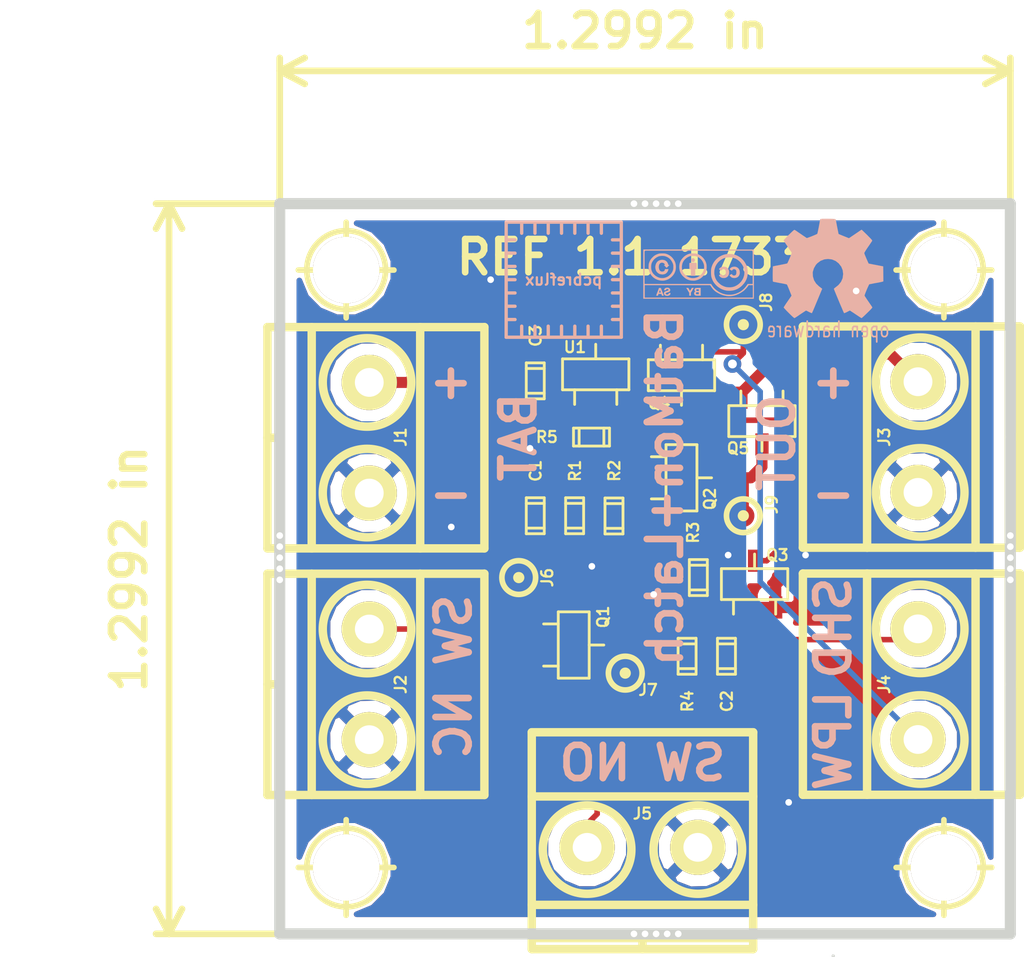
<source format=kicad_pcb>
(kicad_pcb (version 20170123) (host pcbnew no-vcs-found-ac9a64a~58~ubuntu16.04.1)

  (general
    (links 49)
    (no_connects 0)
    (area 122 47.3 173.770686 92.585)
    (thickness 1.6)
    (drawings 19)
    (tracks 91)
    (zones 0)
    (modules 43)
    (nets 9)
  )

  (page A4)
  (layers
    (0 F.Cu signal)
    (31 B.Cu signal)
    (32 B.Adhes user)
    (33 F.Adhes user)
    (34 B.Paste user)
    (35 F.Paste user)
    (36 B.SilkS user)
    (37 F.SilkS user)
    (38 B.Mask user)
    (39 F.Mask user)
    (40 Dwgs.User user)
    (41 Cmts.User user)
    (42 Eco1.User user)
    (43 Eco2.User user)
    (44 Edge.Cuts user)
    (45 Margin user)
    (46 B.CrtYd user)
    (47 F.CrtYd user)
    (48 B.Fab user)
    (49 F.Fab user)
  )

  (setup
    (last_trace_width 0.25)
    (trace_clearance 0.2)
    (zone_clearance 0.508)
    (zone_45_only no)
    (trace_min 0.2)
    (segment_width 0.2)
    (edge_width 0.5)
    (via_size 0.8)
    (via_drill 0.4)
    (via_min_size 0.4)
    (via_min_drill 0.3)
    (uvia_size 0.3)
    (uvia_drill 0.1)
    (uvias_allowed no)
    (uvia_min_size 0.2)
    (uvia_min_drill 0.1)
    (pcb_text_width 0.3)
    (pcb_text_size 1.5 1.5)
    (mod_edge_width 0.15)
    (mod_text_size 1 1)
    (mod_text_width 0.15)
    (pad_size 0.6 0.6)
    (pad_drill 0.3)
    (pad_to_mask_clearance 0.2)
    (aux_axis_origin 0 0)
    (visible_elements FFFFFF7F)
    (pcbplotparams
      (layerselection 0x00030_ffffffff)
      (usegerberextensions false)
      (excludeedgelayer true)
      (linewidth 0.100000)
      (plotframeref false)
      (viasonmask false)
      (mode 1)
      (useauxorigin false)
      (hpglpennumber 1)
      (hpglpenspeed 20)
      (hpglpendiameter 15)
      (psnegative false)
      (psa4output false)
      (plotreference true)
      (plotvalue true)
      (plotinvisibletext false)
      (padsonsilk false)
      (subtractmaskfromsilk false)
      (outputformat 1)
      (mirror false)
      (drillshape 1)
      (scaleselection 1)
      (outputdirectory ""))
  )

  (net 0 "")
  (net 1 VCC)
  (net 2 "Net-(C1-Pad2)")
  (net 3 GND)
  (net 4 "Net-(C2-Pad1)")
  (net 5 "Net-(J5-Pad1)")
  (net 6 "Net-(J9-Pad1)")
  (net 7 "Net-(J3-Pad2)")
  (net 8 "Net-(J4-Pad1)")

  (net_class Default "This is the default net class."
    (clearance 0.2)
    (trace_width 0.25)
    (via_dia 0.8)
    (via_drill 0.4)
    (uvia_dia 0.3)
    (uvia_drill 0.1)
    (add_net "Net-(C1-Pad2)")
    (add_net "Net-(C2-Pad1)")
    (add_net "Net-(J4-Pad1)")
    (add_net "Net-(J5-Pad1)")
  )

  (net_class XXL ""
    (clearance 0.2)
    (trace_width 0.5)
    (via_dia 0.8)
    (via_drill 0.4)
    (uvia_dia 0.3)
    (uvia_drill 0.1)
    (add_net GND)
    (add_net "Net-(J3-Pad2)")
    (add_net "Net-(J9-Pad1)")
    (add_net VCC)
  )

  (module w_logo:Logo_silk_CC-BY-SA_5x2mm (layer B.Cu) (tedit 0) (tstamp 5992B782)
    (at 153.924 59.182 180)
    (descr "CC BY-SA logo, 5x2mm")
    (fp_text reference G*** (at 0.9 0.9 180) (layer B.SilkS) hide
      (effects (font (size 0.1143 0.1143) (thickness 0.02286)) (justify mirror))
    )
    (fp_text value LOGO (at 0.9 -0.3 180) (layer B.SilkS) hide
      (effects (font (size 0.1143 0.1143) (thickness 0.02286)) (justify mirror))
    )
    (fp_poly (pts (xy 1.96088 0.32258) (xy 1.9558 0.26162) (xy 1.9431 0.20066) (xy 1.92278 0.14478)
      (xy 1.91008 0.12446) (xy 1.88976 0.09906) (xy 1.86944 0.07366) (xy 1.8669 0.07112)
      (xy 1.81864 0.03302) (xy 1.7653 0.00254) (xy 1.70688 -0.01016) (xy 1.64338 -0.01778)
      (xy 1.57988 -0.0127) (xy 1.57734 -0.01016) (xy 1.524 0.00254) (xy 1.47574 0.03048)
      (xy 1.4351 0.06858) (xy 1.40208 0.1143) (xy 1.37922 0.17018) (xy 1.36906 0.20574)
      (xy 1.36398 0.22352) (xy 1.44526 0.22352) (xy 1.524 0.22352) (xy 1.52908 0.19558)
      (xy 1.5367 0.17018) (xy 1.55448 0.14478) (xy 1.5748 0.127) (xy 1.57734 0.127)
      (xy 1.59004 0.12192) (xy 1.61036 0.11684) (xy 1.6256 0.1143) (xy 1.66878 0.11176)
      (xy 1.70688 0.12192) (xy 1.7399 0.14224) (xy 1.76784 0.17272) (xy 1.78562 0.2159)
      (xy 1.79832 0.2667) (xy 1.79832 0.2667) (xy 1.8034 0.31242) (xy 1.80086 0.36068)
      (xy 1.79324 0.40386) (xy 1.778 0.44196) (xy 1.778 0.44704) (xy 1.75514 0.47498)
      (xy 1.7272 0.49784) (xy 1.69672 0.51054) (xy 1.65608 0.51562) (xy 1.61798 0.51054)
      (xy 1.58242 0.4953) (xy 1.55448 0.47498) (xy 1.53924 0.44958) (xy 1.52908 0.42926)
      (xy 1.52654 0.41656) (xy 1.53162 0.40894) (xy 1.54432 0.4064) (xy 1.5494 0.4064)
      (xy 1.57226 0.4064) (xy 1.5113 0.34544) (xy 1.4478 0.28194) (xy 1.38684 0.34544)
      (xy 1.32334 0.4064) (xy 1.3462 0.4064) (xy 1.36652 0.41148) (xy 1.37668 0.42164)
      (xy 1.37922 0.43942) (xy 1.38176 0.45466) (xy 1.39192 0.47752) (xy 1.40462 0.50292)
      (xy 1.41986 0.53086) (xy 1.43764 0.55372) (xy 1.45034 0.56896) (xy 1.49352 0.60198)
      (xy 1.54178 0.62738) (xy 1.59512 0.64008) (xy 1.651 0.64516) (xy 1.70942 0.64008)
      (xy 1.76784 0.6223) (xy 1.80086 0.60706) (xy 1.84658 0.57912) (xy 1.88468 0.53848)
      (xy 1.91516 0.49276) (xy 1.93802 0.43942) (xy 1.95326 0.381) (xy 1.96088 0.32258)
      (xy 1.96088 0.32258)) (layer B.SilkS) (width 0.00254))
    (fp_poly (pts (xy 0.34036 0.62484) (xy 0.33528 0.59944) (xy 0.32258 0.57658) (xy 0.30226 0.55626)
      (xy 0.27178 0.5461) (xy 0.26924 0.5461) (xy 0.25146 0.5461) (xy 0.23114 0.54864)
      (xy 0.22606 0.55118) (xy 0.20828 0.55626) (xy 0.20066 0.56134) (xy 0.19812 0.56134)
      (xy 0.19558 0.56642) (xy 0.18796 0.57658) (xy 0.18542 0.58166) (xy 0.17272 0.61214)
      (xy 0.17018 0.64262) (xy 0.18034 0.67056) (xy 0.19812 0.69342) (xy 0.22352 0.70866)
      (xy 0.254 0.71628) (xy 0.25908 0.71628) (xy 0.28956 0.7112) (xy 0.31242 0.69596)
      (xy 0.3302 0.67564) (xy 0.33782 0.65024) (xy 0.34036 0.62484) (xy 0.34036 0.62484)) (layer B.SilkS) (width 0.00254))
    (fp_poly (pts (xy 0.42164 0.45212) (xy 0.42164 0.4318) (xy 0.42164 0.40386) (xy 0.42164 0.37084)
      (xy 0.42164 0.33782) (xy 0.4191 0.22352) (xy 0.38608 0.22098) (xy 0.35306 0.21844)
      (xy 0.35052 0.07112) (xy 0.35052 -0.0762) (xy 0.254 -0.0762) (xy 0.15748 -0.0762)
      (xy 0.15748 0.07366) (xy 0.15748 0.22352) (xy 0.13208 0.22098) (xy 0.11176 0.22098)
      (xy 0.09906 0.22098) (xy 0.09652 0.22098) (xy 0.09398 0.22606) (xy 0.09144 0.23622)
      (xy 0.0889 0.254) (xy 0.0889 0.28194) (xy 0.0889 0.32004) (xy 0.0889 0.35306)
      (xy 0.0889 0.39624) (xy 0.0889 0.4318) (xy 0.0889 0.4572) (xy 0.09144 0.47498)
      (xy 0.09398 0.48768) (xy 0.09652 0.4953) (xy 0.09906 0.4953) (xy 0.1016 0.50038)
      (xy 0.10668 0.50292) (xy 0.1143 0.50546) (xy 0.12446 0.508) (xy 0.14224 0.508)
      (xy 0.16764 0.51054) (xy 0.20066 0.51054) (xy 0.24638 0.51054) (xy 0.254 0.51054)
      (xy 0.3048 0.51054) (xy 0.3429 0.508) (xy 0.37338 0.508) (xy 0.3937 0.50546)
      (xy 0.40894 0.50038) (xy 0.41656 0.4953) (xy 0.4191 0.48514) (xy 0.42164 0.47498)
      (xy 0.42164 0.46228) (xy 0.42164 0.45212) (xy 0.42164 0.45212)) (layer B.SilkS) (width 0.00254))
    (fp_poly (pts (xy -0.91694 -0.0508) (xy -0.91694 -0.05842) (xy -0.92456 -0.07112) (xy -0.93218 -0.08382)
      (xy -0.96774 -0.12446) (xy -1.00838 -0.1524) (xy -1.0541 -0.17018) (xy -1.10744 -0.1778)
      (xy -1.16586 -0.1778) (xy -1.21412 -0.16764) (xy -1.25476 -0.14986) (xy -1.29286 -0.12446)
      (xy -1.30048 -0.11684) (xy -1.3335 -0.07874) (xy -1.35636 -0.03302) (xy -1.3716 0.02032)
      (xy -1.3716 0.03048) (xy -1.37414 0.0889) (xy -1.36906 0.14478) (xy -1.35128 0.19558)
      (xy -1.32588 0.2413) (xy -1.29286 0.27686) (xy -1.25222 0.30734) (xy -1.22936 0.3175)
      (xy -1.17856 0.3302) (xy -1.12522 0.33274) (xy -1.07188 0.32766) (xy -1.02362 0.31496)
      (xy -1.016 0.31242) (xy -0.99314 0.29972) (xy -0.96774 0.2794) (xy -0.94488 0.25908)
      (xy -0.9271 0.23876) (xy -0.92202 0.2286) (xy -0.91694 0.22098) (xy -0.91694 0.21336)
      (xy -0.92456 0.20828) (xy -0.93726 0.20066) (xy -0.95758 0.1905) (xy -0.96774 0.18542)
      (xy -1.02108 0.15748) (xy -1.05156 0.1905) (xy -1.06934 0.20828) (xy -1.0795 0.2159)
      (xy -1.0922 0.22098) (xy -1.10998 0.22352) (xy -1.1176 0.22352) (xy -1.15316 0.21844)
      (xy -1.1811 0.2032) (xy -1.20142 0.1778) (xy -1.21158 0.16256) (xy -1.22174 0.12954)
      (xy -1.22682 0.0889) (xy -1.22682 0.04826) (xy -1.2192 0.01016) (xy -1.21412 -0.00762)
      (xy -1.1938 -0.03556) (xy -1.1684 -0.05588) (xy -1.13792 -0.06604) (xy -1.1049 -0.06858)
      (xy -1.07442 -0.05842) (xy -1.04648 -0.0381) (xy -1.03124 -0.02286) (xy -1.02108 -0.01016)
      (xy -1.01854 -0.00508) (xy -1.016 -0.00254) (xy -1.00584 -0.00254) (xy -0.9906 -0.00762)
      (xy -0.96774 -0.02032) (xy -0.94742 -0.03302) (xy -0.9271 -0.04318) (xy -0.91694 -0.04826)
      (xy -0.91694 -0.0508) (xy -0.91694 -0.0508)) (layer B.SilkS) (width 0.00254))
    (fp_poly (pts (xy -1.39192 -0.0508) (xy -1.40208 -0.07112) (xy -1.41986 -0.09398) (xy -1.44526 -0.11684)
      (xy -1.47066 -0.1397) (xy -1.4986 -0.15748) (xy -1.50368 -0.16002) (xy -1.5494 -0.17272)
      (xy -1.60274 -0.1778) (xy -1.64338 -0.1778) (xy -1.69926 -0.1651) (xy -1.74498 -0.14478)
      (xy -1.78562 -0.1143) (xy -1.8161 -0.0762) (xy -1.83896 -0.02794) (xy -1.8542 0.02286)
      (xy -1.85674 0.08382) (xy -1.8542 0.09906) (xy -1.84658 0.15494) (xy -1.8288 0.2032)
      (xy -1.8034 0.24384) (xy -1.79324 0.25654) (xy -1.7526 0.2921) (xy -1.70434 0.3175)
      (xy -1.651 0.33274) (xy -1.59512 0.33274) (xy -1.56972 0.3302) (xy -1.53924 0.32512)
      (xy -1.50876 0.3175) (xy -1.48844 0.30734) (xy -1.47066 0.29718) (xy -1.4478 0.2794)
      (xy -1.42748 0.26162) (xy -1.41224 0.24384) (xy -1.39954 0.22606) (xy -1.397 0.21844)
      (xy -1.40208 0.21082) (xy -1.41732 0.20066) (xy -1.43764 0.1905) (xy -1.4478 0.18288)
      (xy -1.4986 0.15748) (xy -1.52908 0.1905) (xy -1.54686 0.20828) (xy -1.55956 0.2159)
      (xy -1.57226 0.22098) (xy -1.5875 0.22352) (xy -1.59766 0.22352) (xy -1.63322 0.2159)
      (xy -1.66116 0.20066) (xy -1.68656 0.17526) (xy -1.68656 0.17018) (xy -1.69672 0.14986)
      (xy -1.7018 0.11684) (xy -1.70434 0.08382) (xy -1.7018 0.04572) (xy -1.69926 0.01524)
      (xy -1.69418 0) (xy -1.67894 -0.03048) (xy -1.65862 -0.0508) (xy -1.62814 -0.0635)
      (xy -1.59766 -0.06604) (xy -1.56464 -0.0635) (xy -1.53924 -0.05334) (xy -1.51892 -0.03302)
      (xy -1.50876 -0.02032) (xy -1.4986 -0.00508) (xy -1.49098 0) (xy -1.49098 0)
      (xy -1.48336 -0.00254) (xy -1.46812 -0.01016) (xy -1.4478 -0.02032) (xy -1.43764 -0.0254)
      (xy -1.39192 -0.0508) (xy -1.39192 -0.0508)) (layer B.SilkS) (width 0.00254))
    (fp_poly (pts (xy 2.26314 0.3048) (xy 2.2606 0.254) (xy 2.25806 0.21082) (xy 2.25298 0.17526)
      (xy 2.25044 0.17018) (xy 2.22504 0.08636) (xy 2.1844 0.00762) (xy 2.14884 -0.04064)
      (xy 2.14884 0.29972) (xy 2.14884 0.33782) (xy 2.1463 0.38862) (xy 2.13868 0.4318)
      (xy 2.13106 0.47244) (xy 2.11582 0.51054) (xy 2.10058 0.54356) (xy 2.05994 0.6096)
      (xy 2.01168 0.66802) (xy 1.95326 0.71882) (xy 1.88976 0.762) (xy 1.82118 0.79502)
      (xy 1.80086 0.80264) (xy 1.75514 0.8128) (xy 1.70434 0.82042) (xy 1.64846 0.82296)
      (xy 1.59258 0.82042) (xy 1.54432 0.81534) (xy 1.53924 0.8128) (xy 1.46558 0.78994)
      (xy 1.397 0.75692) (xy 1.3335 0.71374) (xy 1.27762 0.6604) (xy 1.22936 0.5969)
      (xy 1.19126 0.52832) (xy 1.16586 0.47244) (xy 1.15824 0.44704) (xy 1.15316 0.42418)
      (xy 1.14808 0.4064) (xy 1.14554 0.38354) (xy 1.14554 0.3556) (xy 1.14554 0.32004)
      (xy 1.14554 0.2667) (xy 1.15062 0.21844) (xy 1.16078 0.1778) (xy 1.17602 0.13716)
      (xy 1.19126 0.10414) (xy 1.22174 0.05334) (xy 1.25984 0.00254) (xy 1.30302 -0.04064)
      (xy 1.35128 -0.08382) (xy 1.39446 -0.11176) (xy 1.4605 -0.14478) (xy 1.53162 -0.16764)
      (xy 1.60528 -0.18034) (xy 1.68148 -0.18034) (xy 1.75514 -0.17018) (xy 1.78054 -0.1651)
      (xy 1.84658 -0.1397) (xy 1.91262 -0.10414) (xy 1.97358 -0.06096) (xy 2.02692 -0.01016)
      (xy 2.07264 0.04318) (xy 2.10566 0.10414) (xy 2.11074 0.11176) (xy 2.13106 0.17018)
      (xy 2.14376 0.23114) (xy 2.14884 0.29972) (xy 2.14884 -0.04064) (xy 2.13614 -0.06096)
      (xy 2.07518 -0.127) (xy 2.02184 -0.17272) (xy 1.94564 -0.22098) (xy 1.8669 -0.25654)
      (xy 1.78308 -0.28194) (xy 1.69672 -0.29464) (xy 1.60782 -0.29718) (xy 1.54432 -0.28956)
      (xy 1.46304 -0.26924) (xy 1.3843 -0.23876) (xy 1.31064 -0.19558) (xy 1.24206 -0.14224)
      (xy 1.17856 -0.07874) (xy 1.17094 -0.06858) (xy 1.1176 0) (xy 1.0795 0.07366)
      (xy 1.04902 0.15494) (xy 1.03378 0.23622) (xy 1.0287 0.32004) (xy 1.03378 0.4064)
      (xy 1.05156 0.49022) (xy 1.08204 0.5715) (xy 1.0922 0.58928) (xy 1.13284 0.66294)
      (xy 1.18618 0.73152) (xy 1.24714 0.79248) (xy 1.31572 0.84328) (xy 1.38938 0.88392)
      (xy 1.46812 0.9144) (xy 1.4859 0.91948) (xy 1.50876 0.92456) (xy 1.53162 0.92964)
      (xy 1.55448 0.93218) (xy 1.58242 0.93218) (xy 1.61798 0.93472) (xy 1.64846 0.93472)
      (xy 1.69418 0.93218) (xy 1.7272 0.93218) (xy 1.7526 0.92964) (xy 1.77546 0.9271)
      (xy 1.79832 0.92202) (xy 1.80848 0.91948) (xy 1.86182 0.9017) (xy 1.91516 0.87884)
      (xy 1.9685 0.8509) (xy 2.0066 0.8255) (xy 2.03454 0.80518) (xy 2.06502 0.7747)
      (xy 2.09804 0.74422) (xy 2.12852 0.7112) (xy 2.15392 0.68072) (xy 2.16154 0.66802)
      (xy 2.18694 0.62992) (xy 2.2098 0.5842) (xy 2.23012 0.53594) (xy 2.24536 0.49022)
      (xy 2.2479 0.48006) (xy 2.25552 0.44704) (xy 2.25806 0.40386) (xy 2.26314 0.3556)
      (xy 2.26314 0.3048) (xy 2.26314 0.3048)) (layer B.SilkS) (width 0.00254))
    (fp_poly (pts (xy 0.8763 0.3175) (xy 0.87122 0.23114) (xy 0.85598 0.1524) (xy 0.83312 0.08128)
      (xy 0.79756 0.0127) (xy 0.75946 -0.04064) (xy 0.75946 0.3175) (xy 0.75438 0.38608)
      (xy 0.74422 0.44704) (xy 0.72644 0.50546) (xy 0.7112 0.53848) (xy 0.67564 0.60198)
      (xy 0.62738 0.6604) (xy 0.5715 0.7112) (xy 0.508 0.75692) (xy 0.44196 0.78994)
      (xy 0.40132 0.80518) (xy 0.381 0.81026) (xy 0.36068 0.81534) (xy 0.33782 0.81788)
      (xy 0.30988 0.81788) (xy 0.27432 0.82042) (xy 0.25654 0.82042) (xy 0.21844 0.81788)
      (xy 0.18796 0.81788) (xy 0.16256 0.81534) (xy 0.14224 0.8128) (xy 0.12192 0.80772)
      (xy 0.1143 0.80518) (xy 0.04064 0.7747) (xy -0.0254 0.73406) (xy -0.08636 0.6858)
      (xy -0.1397 0.62738) (xy -0.18288 0.56134) (xy -0.2159 0.48768) (xy -0.23114 0.44704)
      (xy -0.23876 0.4064) (xy -0.24384 0.35814) (xy -0.24384 0.30734) (xy -0.2413 0.25908)
      (xy -0.23622 0.21336) (xy -0.23368 0.19812) (xy -0.20574 0.12192) (xy -0.16764 0.05334)
      (xy -0.11938 -0.01016) (xy -0.06096 -0.06604) (xy -0.02794 -0.09144) (xy 0.0381 -0.13208)
      (xy 0.10922 -0.16002) (xy 0.18542 -0.1778) (xy 0.26416 -0.18288) (xy 0.3302 -0.1778)
      (xy 0.38862 -0.1651) (xy 0.44704 -0.14478) (xy 0.50292 -0.11684) (xy 0.51816 -0.10922)
      (xy 0.53848 -0.09652) (xy 0.56388 -0.0762) (xy 0.59182 -0.0508) (xy 0.61722 -0.0254)
      (xy 0.61722 -0.0254) (xy 0.6477 0.00254) (xy 0.66802 0.02794) (xy 0.6858 0.0508)
      (xy 0.6985 0.07366) (xy 0.70612 0.0889) (xy 0.73152 0.14478) (xy 0.74676 0.20066)
      (xy 0.75692 0.25654) (xy 0.75946 0.3175) (xy 0.75946 -0.04064) (xy 0.75438 -0.0508)
      (xy 0.70358 -0.10414) (xy 0.635 -0.1651) (xy 0.56388 -0.2159) (xy 0.48768 -0.254)
      (xy 0.40894 -0.2794) (xy 0.4064 -0.2794) (xy 0.3683 -0.28702) (xy 0.32512 -0.2921)
      (xy 0.27686 -0.29464) (xy 0.2286 -0.29718) (xy 0.18796 -0.29464) (xy 0.16256 -0.2921)
      (xy 0.07874 -0.27178) (xy 0 -0.2413) (xy -0.0762 -0.19812) (xy -0.14732 -0.14478)
      (xy -0.1778 -0.1143) (xy -0.23622 -0.04572) (xy -0.28448 0.02286) (xy -0.32258 0.1016)
      (xy -0.3429 0.1651) (xy -0.34798 0.19304) (xy -0.35306 0.21844) (xy -0.3556 0.24638)
      (xy -0.35814 0.27686) (xy -0.35814 0.31496) (xy -0.3556 0.37338) (xy -0.35306 0.42164)
      (xy -0.34798 0.44958) (xy -0.32258 0.5334) (xy -0.28702 0.6096) (xy -0.2413 0.68072)
      (xy -0.18796 0.74676) (xy -0.12446 0.80518) (xy -0.05588 0.85344) (xy 0.01524 0.89154)
      (xy 0.09652 0.91948) (xy 0.11176 0.92202) (xy 0.14986 0.92964) (xy 0.19812 0.93218)
      (xy 0.24892 0.93472) (xy 0.30226 0.93472) (xy 0.35306 0.92964) (xy 0.39624 0.92456)
      (xy 0.41656 0.91948) (xy 0.50038 0.89154) (xy 0.57658 0.8509) (xy 0.65024 0.79756)
      (xy 0.71374 0.7366) (xy 0.77216 0.66548) (xy 0.77724 0.65786) (xy 0.81534 0.5969)
      (xy 0.84074 0.53594) (xy 0.86106 0.47244) (xy 0.87122 0.40386) (xy 0.8763 0.32512)
      (xy 0.8763 0.3175) (xy 0.8763 0.3175)) (layer B.SilkS) (width 0.00254))
    (fp_poly (pts (xy -0.55626 0.08636) (xy -0.55626 0.04064) (xy -0.5588 -0.01778) (xy -0.56388 -0.07112)
      (xy -0.5715 -0.11938) (xy -0.5842 -0.1651) (xy -0.59944 -0.21082) (xy -0.61214 -0.24384)
      (xy -0.65024 -0.32766) (xy -0.70104 -0.4064) (xy -0.70358 -0.4064) (xy -0.70358 0.08636)
      (xy -0.70866 0.17526) (xy -0.72898 0.26162) (xy -0.75692 0.34544) (xy -0.79756 0.42418)
      (xy -0.84836 0.49784) (xy -0.90678 0.56388) (xy -0.9779 0.62484) (xy -1.05664 0.67564)
      (xy -1.05918 0.67818) (xy -1.13538 0.71374) (xy -1.2192 0.73914) (xy -1.30302 0.75184)
      (xy -1.39192 0.75692) (xy -1.47828 0.75184) (xy -1.5621 0.73406) (xy -1.64338 0.70612)
      (xy -1.69672 0.68326) (xy -1.76784 0.63754) (xy -1.83642 0.58166) (xy -1.89738 0.51816)
      (xy -1.95072 0.44704) (xy -1.9939 0.37338) (xy -2.02946 0.29464) (xy -2.04216 0.25146)
      (xy -2.05994 0.15748) (xy -2.06502 0.06858) (xy -2.05994 -0.02032) (xy -2.03962 -0.10668)
      (xy -2.00914 -0.1905) (xy -1.96596 -0.26924) (xy -1.91262 -0.34544) (xy -1.84658 -0.41402)
      (xy -1.77546 -0.47498) (xy -1.69672 -0.52324) (xy -1.61798 -0.56134) (xy -1.53162 -0.58674)
      (xy -1.44272 -0.59944) (xy -1.35128 -0.59944) (xy -1.26746 -0.59182) (xy -1.18872 -0.57404)
      (xy -1.11252 -0.54356) (xy -1.03632 -0.50546) (xy -0.96774 -0.4572) (xy -0.90424 -0.40132)
      (xy -0.84582 -0.34036) (xy -0.79756 -0.27432) (xy -0.762 -0.2032) (xy -0.75184 -0.18288)
      (xy -0.7239 -0.09144) (xy -0.70612 0) (xy -0.70358 0.08636) (xy -0.70358 -0.4064)
      (xy -0.762 -0.47752) (xy -0.82804 -0.54356) (xy -0.90424 -0.60198) (xy -0.98298 -0.65278)
      (xy -1.0668 -0.69342) (xy -1.1557 -0.7239) (xy -1.24206 -0.74422) (xy -1.28524 -0.7493)
      (xy -1.32588 -0.75184) (xy -1.3589 -0.75438) (xy -1.3843 -0.75438) (xy -1.4097 -0.75438)
      (xy -1.4351 -0.75438) (xy -1.45796 -0.75184) (xy -1.55702 -0.73914) (xy -1.64846 -0.71374)
      (xy -1.73736 -0.67818) (xy -1.82118 -0.62992) (xy -1.90246 -0.5715) (xy -1.9812 -0.49784)
      (xy -1.9812 -0.4953) (xy -2.04978 -0.4191) (xy -2.10566 -0.33782) (xy -2.14884 -0.254)
      (xy -2.18186 -0.16764) (xy -2.20218 -0.07366) (xy -2.21234 0.02286) (xy -2.21488 0.0762)
      (xy -2.2098 0.16764) (xy -2.19964 0.25146) (xy -2.17932 0.33274) (xy -2.14884 0.41148)
      (xy -2.12344 0.45974) (xy -2.07264 0.5461) (xy -2.01168 0.62484) (xy -1.94056 0.69596)
      (xy -1.86436 0.75946) (xy -1.78054 0.81026) (xy -1.69164 0.85344) (xy -1.6002 0.88392)
      (xy -1.54178 0.89662) (xy -1.4986 0.90424) (xy -1.4478 0.90678) (xy -1.39192 0.90678)
      (xy -1.33604 0.90678) (xy -1.28524 0.90424) (xy -1.23952 0.89916) (xy -1.22936 0.89662)
      (xy -1.13284 0.87376) (xy -1.03886 0.8382) (xy -0.9525 0.79248) (xy -0.87122 0.7366)
      (xy -0.79756 0.6731) (xy -0.73152 0.59944) (xy -0.67564 0.5207) (xy -0.62738 0.43434)
      (xy -0.59182 0.34036) (xy -0.5842 0.3175) (xy -0.5715 0.27432) (xy -0.56388 0.23114)
      (xy -0.5588 0.18796) (xy -0.55626 0.14224) (xy -0.55626 0.08636) (xy -0.55626 0.08636)) (layer B.SilkS) (width 0.00254))
    (fp_poly (pts (xy 1.92024 -0.97028) (xy 1.91516 -0.97282) (xy 1.89992 -0.97536) (xy 1.8796 -0.97536)
      (xy 1.83896 -0.97536) (xy 1.8288 -0.93726) (xy 1.8161 -0.89916) (xy 1.79324 -0.89916)
      (xy 1.79324 -0.83566) (xy 1.77292 -0.77724) (xy 1.7653 -0.75438) (xy 1.75514 -0.73406)
      (xy 1.75006 -0.72644) (xy 1.75006 -0.7239) (xy 1.74498 -0.73152) (xy 1.73736 -0.7493)
      (xy 1.72974 -0.76962) (xy 1.72212 -0.79248) (xy 1.7145 -0.8128) (xy 1.71196 -0.82804)
      (xy 1.70942 -0.83058) (xy 1.71704 -0.83312) (xy 1.73228 -0.83566) (xy 1.75006 -0.83566)
      (xy 1.79324 -0.83566) (xy 1.79324 -0.89916) (xy 1.75006 -0.89916) (xy 1.68656 -0.89916)
      (xy 1.67132 -0.93726) (xy 1.65862 -0.97536) (xy 1.61798 -0.97536) (xy 1.57734 -0.97536)
      (xy 1.64338 -0.80264) (xy 1.70942 -0.62738) (xy 1.7526 -0.62738) (xy 1.79324 -0.62738)
      (xy 1.85674 -0.79756) (xy 1.87452 -0.84074) (xy 1.88976 -0.88138) (xy 1.90246 -0.9144)
      (xy 1.91008 -0.94234) (xy 1.9177 -0.96266) (xy 1.92024 -0.97028) (xy 1.92024 -0.97028)
      (xy 1.92024 -0.97028)) (layer B.SilkS) (width 0.00254))
    (fp_poly (pts (xy 0.56134 -0.62484) (xy 0.49276 -0.7366) (xy 0.42672 -0.84836) (xy 0.42672 -0.91186)
      (xy 0.42672 -0.97536) (xy 0.38862 -0.97536) (xy 0.35052 -0.97536) (xy 0.35052 -0.90932)
      (xy 0.35052 -0.84074) (xy 0.28702 -0.7366) (xy 0.26924 -0.70358) (xy 0.25146 -0.67564)
      (xy 0.23876 -0.65278) (xy 0.2286 -0.63754) (xy 0.22352 -0.62992) (xy 0.2286 -0.62738)
      (xy 0.24384 -0.62484) (xy 0.26416 -0.62484) (xy 0.2667 -0.62484) (xy 0.30988 -0.62484)
      (xy 0.35052 -0.69342) (xy 0.3683 -0.7239) (xy 0.381 -0.74168) (xy 0.39116 -0.75184)
      (xy 0.39624 -0.75184) (xy 0.40132 -0.74168) (xy 0.41148 -0.72644) (xy 0.42418 -0.70358)
      (xy 0.43434 -0.6858) (xy 0.46736 -0.62738) (xy 0.51308 -0.62484) (xy 0.56134 -0.62484)
      (xy 0.56134 -0.62484)) (layer B.SilkS) (width 0.00254))
    (fp_poly (pts (xy 0.20828 -0.88646) (xy 0.19812 -0.91948) (xy 0.1778 -0.94742) (xy 0.14986 -0.96266)
      (xy 0.13716 -0.96774) (xy 0.127 -0.97028) (xy 0.127 -0.86614) (xy 0.12446 -0.84836)
      (xy 0.11684 -0.83566) (xy 0.1143 -0.83312) (xy 0.1143 -0.72136) (xy 0.10668 -0.70358)
      (xy 0.10414 -0.6985) (xy 0.09398 -0.69342) (xy 0.0762 -0.69088) (xy 0.04826 -0.68834)
      (xy 0.04318 -0.68834) (xy -0.00254 -0.68834) (xy -0.00508 -0.70866) (xy -0.00762 -0.72898)
      (xy -0.00762 -0.74676) (xy -0.00508 -0.75692) (xy 0 -0.762) (xy 0.00508 -0.76454)
      (xy 0.02286 -0.76454) (xy 0.0381 -0.76454) (xy 0.07112 -0.76454) (xy 0.09398 -0.75946)
      (xy 0.09906 -0.75438) (xy 0.11176 -0.73914) (xy 0.1143 -0.72136) (xy 0.1143 -0.83312)
      (xy 0.1016 -0.82804) (xy 0.0762 -0.82296) (xy 0.04572 -0.82296) (xy -0.00508 -0.82296)
      (xy -0.00508 -0.86614) (xy -0.00508 -0.91186) (xy 0.04826 -0.91186) (xy 0.07874 -0.91186)
      (xy 0.09652 -0.90932) (xy 0.10922 -0.90424) (xy 0.1143 -0.9017) (xy 0.12446 -0.88392)
      (xy 0.127 -0.86614) (xy 0.127 -0.97028) (xy 0.12446 -0.97028) (xy 0.10668 -0.97282)
      (xy 0.08128 -0.97536) (xy 0.04826 -0.97536) (xy 0.01524 -0.97536) (xy -0.0889 -0.97536)
      (xy -0.0889 -0.8001) (xy -0.0889 -0.62484) (xy 0.01524 -0.62484) (xy 0.06096 -0.62484)
      (xy 0.09652 -0.62738) (xy 0.12192 -0.62992) (xy 0.14224 -0.635) (xy 0.15748 -0.64008)
      (xy 0.16764 -0.65024) (xy 0.17272 -0.65532) (xy 0.18288 -0.6731) (xy 0.18796 -0.6985)
      (xy 0.1905 -0.7239) (xy 0.18796 -0.7366) (xy 0.18034 -0.75184) (xy 0.16764 -0.76962)
      (xy 0.1651 -0.76962) (xy 0.15494 -0.77978) (xy 0.15494 -0.7874) (xy 0.15748 -0.78994)
      (xy 0.17526 -0.8001) (xy 0.19304 -0.82042) (xy 0.2032 -0.84074) (xy 0.20574 -0.8509)
      (xy 0.20828 -0.88646) (xy 0.20828 -0.88646)) (layer B.SilkS) (width 0.00254))
    (fp_poly (pts (xy 1.56972 -0.88646) (xy 1.5621 -0.91186) (xy 1.5494 -0.93472) (xy 1.54432 -0.9398)
      (xy 1.51892 -0.96012) (xy 1.48336 -0.97536) (xy 1.44526 -0.98298) (xy 1.40462 -0.98552)
      (xy 1.39954 -0.98298) (xy 1.35636 -0.97282) (xy 1.3208 -0.95504) (xy 1.29286 -0.92964)
      (xy 1.27762 -0.89662) (xy 1.27508 -0.89154) (xy 1.27254 -0.87376) (xy 1.27508 -0.86106)
      (xy 1.28778 -0.85598) (xy 1.3081 -0.85598) (xy 1.31318 -0.85598) (xy 1.3335 -0.85852)
      (xy 1.3462 -0.86106) (xy 1.35128 -0.86868) (xy 1.35382 -0.87884) (xy 1.36906 -0.9017)
      (xy 1.38938 -0.91694) (xy 1.41732 -0.92456) (xy 1.4478 -0.92202) (xy 1.46558 -0.9144)
      (xy 1.48336 -0.90424) (xy 1.49098 -0.889) (xy 1.49098 -0.87122) (xy 1.4859 -0.8636)
      (xy 1.47828 -0.85344) (xy 1.4605 -0.84582) (xy 1.43764 -0.83566) (xy 1.40208 -0.8255)
      (xy 1.3843 -0.82042) (xy 1.35382 -0.81026) (xy 1.3335 -0.8001) (xy 1.31826 -0.78994)
      (xy 1.3081 -0.78232) (xy 1.29032 -0.75184) (xy 1.28524 -0.7239) (xy 1.28778 -0.69596)
      (xy 1.30048 -0.67056) (xy 1.3208 -0.6477) (xy 1.34874 -0.62992) (xy 1.38176 -0.61722)
      (xy 1.41732 -0.61468) (xy 1.45288 -0.61722) (xy 1.49606 -0.62992) (xy 1.52654 -0.6477)
      (xy 1.54432 -0.6731) (xy 1.55448 -0.70612) (xy 1.55448 -0.70612) (xy 1.55956 -0.73406)
      (xy 1.52146 -0.73406) (xy 1.50114 -0.73152) (xy 1.49098 -0.72898) (xy 1.48336 -0.7239)
      (xy 1.47828 -0.71374) (xy 1.46558 -0.69342) (xy 1.44526 -0.68072) (xy 1.4224 -0.67564)
      (xy 1.397 -0.67818) (xy 1.37668 -0.69088) (xy 1.37414 -0.69088) (xy 1.36144 -0.70612)
      (xy 1.36144 -0.71628) (xy 1.36652 -0.72898) (xy 1.36906 -0.73152) (xy 1.3843 -0.74168)
      (xy 1.4097 -0.75184) (xy 1.4478 -0.76454) (xy 1.45034 -0.76454) (xy 1.49352 -0.77724)
      (xy 1.524 -0.79248) (xy 1.54686 -0.80772) (xy 1.55956 -0.82804) (xy 1.56718 -0.8509)
      (xy 1.56718 -0.85598) (xy 1.56972 -0.88646) (xy 1.56972 -0.88646)) (layer B.SilkS) (width 0.00254))
    (fp_poly (pts (xy 2.5019 -1.11506) (xy 2.44602 -1.11506) (xy 2.44602 -0.4445) (xy 2.44602 0.28702)
      (xy 2.44602 1.02108) (xy 2.4257 1.0414) (xy 2.40792 1.05918) (xy 0.00254 1.05918)
      (xy -2.4003 1.05918) (xy -2.42062 1.0414) (xy -2.4384 1.02108) (xy -2.4384 0.28702)
      (xy -2.4384 -0.4445) (xy -2.3241 -0.44704) (xy -2.21234 -0.44704) (xy -2.16916 -0.51054)
      (xy -2.1082 -0.59436) (xy -2.03708 -0.67056) (xy -1.95834 -0.73914) (xy -1.86944 -0.8001)
      (xy -1.77546 -0.84836) (xy -1.6764 -0.889) (xy -1.5748 -0.91694) (xy -1.49098 -0.92964)
      (xy -1.4478 -0.93472) (xy -1.397 -0.93472) (xy -1.34112 -0.93472) (xy -1.28778 -0.92964)
      (xy -1.23698 -0.92456) (xy -1.2065 -0.91948) (xy -1.09982 -0.89154) (xy -0.99822 -0.8509)
      (xy -0.90424 -0.80264) (xy -0.81534 -0.74168) (xy -0.73152 -0.67056) (xy -0.6985 -0.635)
      (xy -0.67056 -0.60452) (xy -0.64262 -0.56896) (xy -0.61468 -0.5334) (xy -0.59944 -0.51054)
      (xy -0.5588 -0.44704) (xy 0.94234 -0.44704) (xy 2.44602 -0.4445) (xy 2.44602 -1.11506)
      (xy 2.4384 -1.11506) (xy 2.4384 -1.06426) (xy 2.4384 -0.78486) (xy 2.4384 -0.50292)
      (xy 0.96012 -0.50292) (xy -0.51562 -0.50292) (xy -0.55626 -0.56134) (xy -0.60452 -0.62992)
      (xy -0.65278 -0.69088) (xy -0.70104 -0.73914) (xy -0.75438 -0.78486) (xy -0.8128 -0.82296)
      (xy -0.85598 -0.84836) (xy -0.92456 -0.88392) (xy -0.98806 -0.9144) (xy -1.04648 -0.93726)
      (xy -1.1049 -0.95758) (xy -1.1684 -0.97282) (xy -1.17094 -0.97282) (xy -1.26238 -0.9906)
      (xy -1.34874 -0.99822) (xy -1.43002 -0.99822) (xy -1.51384 -0.98806) (xy -1.6002 -0.97282)
      (xy -1.69672 -0.94234) (xy -1.79578 -0.9017) (xy -1.89484 -0.84836) (xy -1.99644 -0.78232)
      (xy -2.02946 -0.75692) (xy -2.05486 -0.7366) (xy -2.08534 -0.70612) (xy -2.11836 -0.6731)
      (xy -2.15138 -0.64008) (xy -2.18186 -0.60198) (xy -2.2098 -0.56896) (xy -2.23012 -0.54102)
      (xy -2.24282 -0.52324) (xy -2.25298 -0.50292) (xy -2.3495 -0.50292) (xy -2.44602 -0.50292)
      (xy -2.44602 -0.78486) (xy -2.44602 -1.06426) (xy -0.00254 -1.06426) (xy 2.4384 -1.06426)
      (xy 2.4384 -1.11506) (xy 0.00508 -1.11506) (xy -2.4892 -1.11506) (xy -2.49174 -1.02616)
      (xy -2.49428 -1.00584) (xy -2.49428 -0.9779) (xy -2.49428 -0.93726) (xy -2.49428 -0.88646)
      (xy -2.49428 -0.82804) (xy -2.49428 -0.762) (xy -2.49428 -0.68834) (xy -2.49428 -0.6096)
      (xy -2.49428 -0.52324) (xy -2.49428 -0.43434) (xy -2.49428 -0.34036) (xy -2.49428 -0.24384)
      (xy -2.49428 -0.14478) (xy -2.49428 -0.04318) (xy -2.49428 0.05588) (xy -2.49428 0.15748)
      (xy -2.49428 0.25654) (xy -2.49428 0.3556) (xy -2.49428 0.45212) (xy -2.49428 0.54356)
      (xy -2.49174 0.63246) (xy -2.49174 0.71628) (xy -2.49174 0.79248) (xy -2.49174 0.8636)
      (xy -2.49174 0.9271) (xy -2.4892 0.98298) (xy -2.4892 1.0287) (xy -2.4892 1.06426)
      (xy -2.4892 1.0922) (xy -2.48666 1.1049) (xy -2.48666 1.10744) (xy -2.48158 1.10744)
      (xy -2.46126 1.10744) (xy -2.43078 1.10998) (xy -2.39014 1.10998) (xy -2.3368 1.10998)
      (xy -2.2733 1.10998) (xy -2.20218 1.10998) (xy -2.1209 1.10998) (xy -2.032 1.10998)
      (xy -1.93294 1.10998) (xy -1.8288 1.11252) (xy -1.71704 1.11252) (xy -1.59766 1.11252)
      (xy -1.4732 1.11252) (xy -1.34366 1.11252) (xy -1.20904 1.11252) (xy -1.06934 1.11252)
      (xy -0.9271 1.11252) (xy -0.78232 1.11252) (xy -0.63246 1.11252) (xy -0.4826 1.11252)
      (xy -0.3302 1.11506) (xy -0.17526 1.11506) (xy -0.02032 1.11506) (xy 0.12954 1.11506)
      (xy 0.28448 1.11506) (xy 0.43688 1.11506) (xy 0.58674 1.11506) (xy 0.7366 1.11506)
      (xy 0.88392 1.11506) (xy 1.02616 1.11506) (xy 1.16586 1.11506) (xy 1.30302 1.11506)
      (xy 1.43256 1.11506) (xy 1.55956 1.11506) (xy 1.67894 1.11506) (xy 1.7907 1.11506)
      (xy 1.89738 1.11506) (xy 1.99644 1.11506) (xy 2.08788 1.11506) (xy 2.1717 1.11506)
      (xy 2.24536 1.11252) (xy 2.3114 1.11252) (xy 2.36474 1.11252) (xy 2.40792 1.11252)
      (xy 2.44094 1.11252) (xy 2.4638 1.11252) (xy 2.47142 1.11252) (xy 2.5019 1.10744)
      (xy 2.5019 -0.00254) (xy 2.5019 -1.11506) (xy 2.5019 -1.11506)) (layer B.SilkS) (width 0.00254))
  )

  (module w_logo:Logo_silk_OSHW_6x6mm (layer B.Cu) (tedit 0) (tstamp 5992AD42)
    (at 159.766 58.928 180)
    (descr "Open Hardware Logo, 6x6mm")
    (fp_text reference G*** (at 0 0 180) (layer B.SilkS) hide
      (effects (font (size 0.22606 0.22606) (thickness 0.04318)) (justify mirror))
    )
    (fp_text value LOGO (at 0 -0.3 180) (layer B.SilkS) hide
      (effects (font (size 0.22606 0.22606) (thickness 0.04318)) (justify mirror))
    )
    (fp_poly (pts (xy -1.51384 -2.24536) (xy -1.48844 -2.23012) (xy -1.43002 -2.19456) (xy -1.3462 -2.13868)
      (xy -1.24714 -2.07264) (xy -1.14808 -2.0066) (xy -1.0668 -1.95326) (xy -1.01092 -1.91516)
      (xy -0.98552 -1.90246) (xy -0.97282 -1.90754) (xy -0.9271 -1.9304) (xy -0.85852 -1.96596)
      (xy -0.81788 -1.98628) (xy -0.75692 -2.01168) (xy -0.7239 -2.0193) (xy -0.71882 -2.00914)
      (xy -0.69596 -1.96088) (xy -0.6604 -1.8796) (xy -0.61468 -1.77038) (xy -0.5588 -1.64338)
      (xy -0.50292 -1.50876) (xy -0.4445 -1.36906) (xy -0.38862 -1.23444) (xy -0.34036 -1.11506)
      (xy -0.29972 -1.01854) (xy -0.27432 -0.94996) (xy -0.26416 -0.92202) (xy -0.2667 -0.9144)
      (xy -0.29972 -0.88392) (xy -0.35306 -0.84328) (xy -0.47244 -0.74676) (xy -0.58928 -0.60198)
      (xy -0.6604 -0.43688) (xy -0.68326 -0.25146) (xy -0.66294 -0.08128) (xy -0.5969 0.08128)
      (xy -0.4826 0.2286) (xy -0.3429 0.33782) (xy -0.18034 0.4064) (xy 0 0.42926)
      (xy 0.17272 0.40894) (xy 0.34036 0.3429) (xy 0.48768 0.23114) (xy 0.55118 0.16002)
      (xy 0.63754 0.01016) (xy 0.6858 -0.14732) (xy 0.69088 -0.18796) (xy 0.68326 -0.36322)
      (xy 0.63246 -0.5334) (xy 0.53848 -0.68326) (xy 0.40894 -0.80772) (xy 0.3937 -0.81788)
      (xy 0.33528 -0.8636) (xy 0.29464 -0.89408) (xy 0.26416 -0.91948) (xy 0.48768 -1.45796)
      (xy 0.52324 -1.54178) (xy 0.5842 -1.6891) (xy 0.63754 -1.8161) (xy 0.68072 -1.9177)
      (xy 0.7112 -1.98374) (xy 0.7239 -2.01168) (xy 0.7239 -2.01422) (xy 0.74422 -2.01676)
      (xy 0.78486 -2.00152) (xy 0.86106 -1.96596) (xy 0.90932 -1.94056) (xy 0.96774 -1.91262)
      (xy 0.99314 -1.90246) (xy 1.016 -1.91516) (xy 1.06934 -1.95072) (xy 1.15062 -2.00406)
      (xy 1.24714 -2.06756) (xy 1.33858 -2.13106) (xy 1.4224 -2.18694) (xy 1.48336 -2.22504)
      (xy 1.51384 -2.24282) (xy 1.51892 -2.24282) (xy 1.54432 -2.22758) (xy 1.59258 -2.18694)
      (xy 1.66624 -2.11836) (xy 1.77038 -2.01422) (xy 1.78562 -1.99898) (xy 1.87198 -1.91262)
      (xy 1.94056 -1.83896) (xy 1.98628 -1.78816) (xy 2.00406 -1.7653) (xy 2.00406 -1.7653)
      (xy 1.98882 -1.73482) (xy 1.95072 -1.67386) (xy 1.89484 -1.5875) (xy 1.82626 -1.48844)
      (xy 1.64846 -1.22936) (xy 1.74498 -0.98552) (xy 1.77546 -0.90932) (xy 1.81356 -0.82042)
      (xy 1.8415 -0.75438) (xy 1.85674 -0.72644) (xy 1.88214 -0.71628) (xy 1.95072 -0.70104)
      (xy 2.04724 -0.68072) (xy 2.16154 -0.6604) (xy 2.2733 -0.64008) (xy 2.37236 -0.61976)
      (xy 2.44348 -0.60706) (xy 2.4765 -0.59944) (xy 2.48412 -0.59436) (xy 2.49174 -0.57912)
      (xy 2.49428 -0.5461) (xy 2.49682 -0.48514) (xy 2.49936 -0.39116) (xy 2.49936 -0.25146)
      (xy 2.49936 -0.23622) (xy 2.49682 -0.10668) (xy 2.49428 0) (xy 2.49174 0.06604)
      (xy 2.48666 0.09398) (xy 2.48666 0.09398) (xy 2.45618 0.1016) (xy 2.38506 0.11684)
      (xy 2.286 0.13462) (xy 2.16662 0.15748) (xy 2.159 0.16002) (xy 2.04216 0.18288)
      (xy 1.9431 0.2032) (xy 1.87198 0.21844) (xy 1.84404 0.2286) (xy 1.83642 0.23622)
      (xy 1.81356 0.28194) (xy 1.78054 0.3556) (xy 1.7399 0.4445) (xy 1.7018 0.53848)
      (xy 1.66878 0.6223) (xy 1.64592 0.68326) (xy 1.6383 0.7112) (xy 1.64084 0.71374)
      (xy 1.65862 0.74168) (xy 1.69926 0.80264) (xy 1.75514 0.88646) (xy 1.82372 0.98806)
      (xy 1.8288 0.99568) (xy 1.89738 1.09474) (xy 1.95326 1.1811) (xy 1.98882 1.23952)
      (xy 2.00406 1.26746) (xy 2.00406 1.27) (xy 1.9812 1.30048) (xy 1.9304 1.35636)
      (xy 1.85674 1.43256) (xy 1.77038 1.52146) (xy 1.74244 1.54686) (xy 1.64338 1.64338)
      (xy 1.57734 1.70434) (xy 1.53416 1.73736) (xy 1.51384 1.74498) (xy 1.51384 1.74498)
      (xy 1.48336 1.7272) (xy 1.41986 1.68656) (xy 1.33604 1.62814) (xy 1.23444 1.55956)
      (xy 1.22682 1.55448) (xy 1.12776 1.4859) (xy 1.04394 1.43002) (xy 0.98552 1.38938)
      (xy 0.95758 1.37414) (xy 0.95504 1.37414) (xy 0.9144 1.38684) (xy 0.84328 1.41224)
      (xy 0.75438 1.44526) (xy 0.66294 1.48336) (xy 0.57912 1.51892) (xy 0.51562 1.54686)
      (xy 0.48514 1.56464) (xy 0.48514 1.56464) (xy 0.47498 1.6002) (xy 0.4572 1.6764)
      (xy 0.43688 1.778) (xy 0.41148 1.89992) (xy 0.40894 1.92024) (xy 0.38608 2.03962)
      (xy 0.3683 2.13868) (xy 0.35306 2.20726) (xy 0.34544 2.2352) (xy 0.3302 2.23774)
      (xy 0.27178 2.24282) (xy 0.18288 2.24536) (xy 0.07366 2.24536) (xy -0.0381 2.24536)
      (xy -0.14732 2.24282) (xy -0.2413 2.24028) (xy -0.30988 2.2352) (xy -0.33782 2.23012)
      (xy -0.33782 2.22758) (xy -0.34798 2.18948) (xy -0.36576 2.11582) (xy -0.38608 2.01168)
      (xy -0.40894 1.88976) (xy -0.41402 1.8669) (xy -0.43688 1.75006) (xy -0.4572 1.651)
      (xy -0.4699 1.58496) (xy -0.47752 1.55702) (xy -0.49022 1.55194) (xy -0.53848 1.53162)
      (xy -0.61722 1.4986) (xy -0.71628 1.45796) (xy -0.94488 1.36652) (xy -1.22682 1.55702)
      (xy -1.25222 1.5748) (xy -1.35382 1.64338) (xy -1.4351 1.69926) (xy -1.49352 1.73736)
      (xy -1.51638 1.75006) (xy -1.51892 1.75006) (xy -1.54686 1.72466) (xy -1.60274 1.67132)
      (xy -1.67894 1.59766) (xy -1.76784 1.5113) (xy -1.83134 1.44526) (xy -1.91008 1.36652)
      (xy -1.95834 1.31318) (xy -1.98628 1.28016) (xy -1.9939 1.25984) (xy -1.99136 1.2446)
      (xy -1.97358 1.21666) (xy -1.93294 1.1557) (xy -1.87452 1.06934) (xy -1.80594 0.97028)
      (xy -1.75006 0.88646) (xy -1.6891 0.79248) (xy -1.651 0.72644) (xy -1.63576 0.69342)
      (xy -1.64084 0.68072) (xy -1.65862 0.62484) (xy -1.69418 0.54102) (xy -1.73482 0.44196)
      (xy -1.83388 0.22098) (xy -1.97866 0.19304) (xy -2.06756 0.17526) (xy -2.18948 0.1524)
      (xy -2.30886 0.12954) (xy -2.49174 0.09398) (xy -2.49936 -0.58166) (xy -2.47142 -0.59436)
      (xy -2.44348 -0.60198) (xy -2.3749 -0.61722) (xy -2.27838 -0.63754) (xy -2.16154 -0.65786)
      (xy -2.06502 -0.67564) (xy -1.96596 -0.69596) (xy -1.89484 -0.70866) (xy -1.86436 -0.71628)
      (xy -1.8542 -0.72644) (xy -1.83134 -0.7747) (xy -1.79578 -0.8509) (xy -1.75514 -0.94234)
      (xy -1.71704 -1.03632) (xy -1.68148 -1.12522) (xy -1.65862 -1.19126) (xy -1.64846 -1.22428)
      (xy -1.66116 -1.25222) (xy -1.69926 -1.31064) (xy -1.7526 -1.39192) (xy -1.82118 -1.49098)
      (xy -1.88722 -1.5875) (xy -1.94564 -1.67132) (xy -1.98374 -1.73228) (xy -2.00152 -1.76022)
      (xy -1.99136 -1.778) (xy -1.95326 -1.82626) (xy -1.8796 -1.90246) (xy -1.76784 -2.01168)
      (xy -1.75006 -2.02946) (xy -1.6637 -2.11328) (xy -1.59004 -2.18186) (xy -1.5367 -2.22758)
      (xy -1.51384 -2.24536)) (layer B.SilkS) (width 0.00254))
    (fp_line (start -2.64 -3.04) (end -2.59 -3.08) (layer B.SilkS) (width 0.075))
    (fp_line (start -2.66 -3.01) (end -2.64 -3.04) (layer B.SilkS) (width 0.075))
    (fp_line (start -2.68 -2.95) (end -2.66 -3.01) (layer B.SilkS) (width 0.075))
    (fp_line (start -2.68 -2.75) (end -2.68 -2.95) (layer B.SilkS) (width 0.075))
    (fp_line (start -2.46 -2.66) (end -2.51 -2.62) (layer B.SilkS) (width 0.075))
    (fp_line (start -2.44 -2.69) (end -2.46 -2.66) (layer B.SilkS) (width 0.075))
    (fp_line (start -2.42 -2.75) (end -2.44 -2.69) (layer B.SilkS) (width 0.075))
    (fp_line (start -2.42 -2.95) (end -2.42 -2.75) (layer B.SilkS) (width 0.075))
    (fp_line (start -2.44 -3.02) (end -2.42 -2.95) (layer B.SilkS) (width 0.075))
    (fp_line (start -2.46 -3.05) (end -2.44 -3.02) (layer B.SilkS) (width 0.075))
    (fp_line (start -2.51 -3.08) (end -2.46 -3.05) (layer B.SilkS) (width 0.075))
    (fp_line (start -2.59 -3.08) (end -2.51 -3.08) (layer B.SilkS) (width 0.075))
    (fp_line (start -2.65 -2.68) (end -2.68 -2.75) (layer B.SilkS) (width 0.075))
    (fp_line (start -2.63 -2.65) (end -2.65 -2.68) (layer B.SilkS) (width 0.075))
    (fp_line (start -2.59 -2.62) (end -2.63 -2.65) (layer B.SilkS) (width 0.075))
    (fp_line (start -2.51 -2.62) (end -2.59 -2.62) (layer B.SilkS) (width 0.075))
    (fp_line (start -2.2 -3.32) (end -2.2 -2.62) (layer B.SilkS) (width 0.075))
    (fp_line (start -2.15 -3.08) (end -2.2 -3.05) (layer B.SilkS) (width 0.075))
    (fp_line (start -2.05 -3.08) (end -2.15 -3.08) (layer B.SilkS) (width 0.075))
    (fp_line (start -2.01 -3.05) (end -2.05 -3.08) (layer B.SilkS) (width 0.075))
    (fp_line (start -1.99 -3.02) (end -2.01 -3.05) (layer B.SilkS) (width 0.075))
    (fp_line (start -1.97 -2.96) (end -1.99 -3.02) (layer B.SilkS) (width 0.075))
    (fp_line (start -1.97 -2.74) (end -1.97 -2.96) (layer B.SilkS) (width 0.075))
    (fp_line (start -1.99 -2.68) (end -1.97 -2.74) (layer B.SilkS) (width 0.075))
    (fp_line (start -2.02 -2.65) (end -1.99 -2.68) (layer B.SilkS) (width 0.075))
    (fp_line (start -2.06 -2.62) (end -2.02 -2.65) (layer B.SilkS) (width 0.075))
    (fp_line (start -2.16 -2.62) (end -2.06 -2.62) (layer B.SilkS) (width 0.075))
    (fp_line (start -2.2 -2.65) (end -2.16 -2.62) (layer B.SilkS) (width 0.075))
    (fp_line (start -1.61 -3.08) (end -1.56 -3.05) (layer B.SilkS) (width 0.075))
    (fp_line (start -1.71 -3.08) (end -1.61 -3.08) (layer B.SilkS) (width 0.075))
    (fp_line (start -1.75 -3.05) (end -1.71 -3.08) (layer B.SilkS) (width 0.075))
    (fp_line (start -1.77 -2.98) (end -1.75 -3.05) (layer B.SilkS) (width 0.075))
    (fp_line (start -1.77 -2.71) (end -1.77 -2.98) (layer B.SilkS) (width 0.075))
    (fp_line (start -1.74 -2.65) (end -1.77 -2.71) (layer B.SilkS) (width 0.075))
    (fp_line (start -1.7 -2.62) (end -1.74 -2.65) (layer B.SilkS) (width 0.075))
    (fp_line (start -1.6 -2.62) (end -1.7 -2.62) (layer B.SilkS) (width 0.075))
    (fp_line (start -1.56 -2.66) (end -1.6 -2.62) (layer B.SilkS) (width 0.075))
    (fp_line (start -1.54 -2.73) (end -1.56 -2.66) (layer B.SilkS) (width 0.075))
    (fp_line (start -1.54 -2.85) (end -1.54 -2.73) (layer B.SilkS) (width 0.075))
    (fp_line (start -1.32 -2.62) (end -1.32 -3.08) (layer B.SilkS) (width 0.075))
    (fp_line (start -1.11 -2.71) (end -1.11 -3.08) (layer B.SilkS) (width 0.075))
    (fp_line (start -1.13 -2.65) (end -1.11 -2.71) (layer B.SilkS) (width 0.075))
    (fp_line (start -1.17 -2.62) (end -1.13 -2.65) (layer B.SilkS) (width 0.075))
    (fp_line (start -1.26 -2.62) (end -1.17 -2.62) (layer B.SilkS) (width 0.075))
    (fp_line (start -1.3 -2.65) (end -1.26 -2.62) (layer B.SilkS) (width 0.075))
    (fp_line (start -1.32 -2.68) (end -1.3 -2.65) (layer B.SilkS) (width 0.075))
    (fp_line (start -1.54 -2.85) (end -1.77 -2.85) (layer B.SilkS) (width 0.075))
    (fp_line (start -0.49 -2.38) (end -0.49 -3.08) (layer B.SilkS) (width 0.075))
    (fp_line (start -0.28 -2.71) (end -0.28 -3.08) (layer B.SilkS) (width 0.075))
    (fp_line (start -0.3 -2.65) (end -0.28 -2.71) (layer B.SilkS) (width 0.075))
    (fp_line (start -0.34 -2.62) (end -0.3 -2.65) (layer B.SilkS) (width 0.075))
    (fp_line (start -0.42 -2.62) (end -0.34 -2.62) (layer B.SilkS) (width 0.075))
    (fp_line (start -0.47 -2.65) (end -0.42 -2.62) (layer B.SilkS) (width 0.075))
    (fp_line (start -0.49 -2.69) (end -0.47 -2.65) (layer B.SilkS) (width 0.075))
    (fp_line (start 0.18 -2.71) (end 0.18 -3.08) (layer B.SilkS) (width 0.075))
    (fp_line (start 0.15 -2.65) (end 0.18 -2.71) (layer B.SilkS) (width 0.075))
    (fp_line (start 0.11 -2.62) (end 0.15 -2.65) (layer B.SilkS) (width 0.075))
    (fp_line (start 0.01 -2.62) (end 0.11 -2.62) (layer B.SilkS) (width 0.075))
    (fp_line (start -0.04 -2.65) (end 0.01 -2.62) (layer B.SilkS) (width 0.075))
    (fp_line (start 0.02 -2.81) (end -0.03 -2.84) (layer B.SilkS) (width 0.075))
    (fp_line (start 0.14 -2.81) (end 0.02 -2.81) (layer B.SilkS) (width 0.075))
    (fp_line (start 0.18 -2.78) (end 0.14 -2.81) (layer B.SilkS) (width 0.075))
    (fp_line (start 0.13 -3.08) (end 0.18 -3.04) (layer B.SilkS) (width 0.075))
    (fp_line (start 0.01 -3.08) (end 0.13 -3.08) (layer B.SilkS) (width 0.075))
    (fp_line (start -0.04 -3.04) (end 0.01 -3.08) (layer B.SilkS) (width 0.075))
    (fp_line (start -0.06 -2.98) (end -0.04 -3.04) (layer B.SilkS) (width 0.075))
    (fp_line (start -0.06 -2.91) (end -0.06 -2.98) (layer B.SilkS) (width 0.075))
    (fp_line (start -0.03 -2.84) (end -0.06 -2.91) (layer B.SilkS) (width 0.075))
    (fp_line (start 0.42 -2.62) (end 0.42 -3.08) (layer B.SilkS) (width 0.075))
    (fp_line (start 0.51 -2.62) (end 0.56 -2.62) (layer B.SilkS) (width 0.075))
    (fp_line (start 0.46 -2.65) (end 0.51 -2.62) (layer B.SilkS) (width 0.075))
    (fp_line (start 0.44 -2.67) (end 0.46 -2.65) (layer B.SilkS) (width 0.075))
    (fp_line (start 0.42 -2.74) (end 0.44 -2.67) (layer B.SilkS) (width 0.075))
    (fp_line (start 0.94 -2.38) (end 0.94 -3.08) (layer B.SilkS) (width 0.075))
    (fp_line (start 0.88 -2.61) (end 0.94 -2.65) (layer B.SilkS) (width 0.075))
    (fp_line (start 0.81 -2.61) (end 0.88 -2.61) (layer B.SilkS) (width 0.075))
    (fp_line (start 0.75 -2.65) (end 0.81 -2.61) (layer B.SilkS) (width 0.075))
    (fp_line (start 0.73 -2.68) (end 0.75 -2.65) (layer B.SilkS) (width 0.075))
    (fp_line (start 0.7 -2.75) (end 0.73 -2.68) (layer B.SilkS) (width 0.075))
    (fp_line (start 0.7 -2.95) (end 0.7 -2.75) (layer B.SilkS) (width 0.075))
    (fp_line (start 0.73 -3.02) (end 0.7 -2.95) (layer B.SilkS) (width 0.075))
    (fp_line (start 0.75 -3.05) (end 0.73 -3.02) (layer B.SilkS) (width 0.075))
    (fp_line (start 0.79 -3.08) (end 0.75 -3.05) (layer B.SilkS) (width 0.075))
    (fp_line (start 0.9 -3.08) (end 0.79 -3.08) (layer B.SilkS) (width 0.075))
    (fp_line (start 0.94 -3.05) (end 0.9 -3.08) (layer B.SilkS) (width 0.075))
    (fp_line (start 1.42 -3.08) (end 1.52 -2.62) (layer B.SilkS) (width 0.075))
    (fp_line (start 1.32 -2.74) (end 1.42 -3.08) (layer B.SilkS) (width 0.075))
    (fp_line (start 1.23 -3.08) (end 1.32 -2.74) (layer B.SilkS) (width 0.075))
    (fp_line (start 1.13 -2.62) (end 1.23 -3.08) (layer B.SilkS) (width 0.075))
    (fp_line (start 1.71 -2.84) (end 1.68 -2.91) (layer B.SilkS) (width 0.075))
    (fp_line (start 1.68 -2.91) (end 1.68 -2.98) (layer B.SilkS) (width 0.075))
    (fp_line (start 1.68 -2.98) (end 1.7 -3.04) (layer B.SilkS) (width 0.075))
    (fp_line (start 1.7 -3.04) (end 1.75 -3.08) (layer B.SilkS) (width 0.075))
    (fp_line (start 1.75 -3.08) (end 1.87 -3.08) (layer B.SilkS) (width 0.075))
    (fp_line (start 1.87 -3.08) (end 1.92 -3.04) (layer B.SilkS) (width 0.075))
    (fp_line (start 1.92 -2.78) (end 1.88 -2.81) (layer B.SilkS) (width 0.075))
    (fp_line (start 1.88 -2.81) (end 1.76 -2.81) (layer B.SilkS) (width 0.075))
    (fp_line (start 1.76 -2.81) (end 1.71 -2.84) (layer B.SilkS) (width 0.075))
    (fp_line (start 1.7 -2.65) (end 1.75 -2.62) (layer B.SilkS) (width 0.075))
    (fp_line (start 1.75 -2.62) (end 1.85 -2.62) (layer B.SilkS) (width 0.075))
    (fp_line (start 1.85 -2.62) (end 1.89 -2.65) (layer B.SilkS) (width 0.075))
    (fp_line (start 1.89 -2.65) (end 1.92 -2.71) (layer B.SilkS) (width 0.075))
    (fp_line (start 1.92 -2.71) (end 1.92 -3.08) (layer B.SilkS) (width 0.075))
    (fp_line (start 2.67 -2.85) (end 2.44 -2.85) (layer B.SilkS) (width 0.075))
    (fp_line (start 2.67 -2.85) (end 2.67 -2.73) (layer B.SilkS) (width 0.075))
    (fp_line (start 2.67 -2.73) (end 2.65 -2.66) (layer B.SilkS) (width 0.075))
    (fp_line (start 2.65 -2.66) (end 2.61 -2.62) (layer B.SilkS) (width 0.075))
    (fp_line (start 2.61 -2.62) (end 2.51 -2.62) (layer B.SilkS) (width 0.075))
    (fp_line (start 2.51 -2.62) (end 2.47 -2.65) (layer B.SilkS) (width 0.075))
    (fp_line (start 2.47 -2.65) (end 2.44 -2.71) (layer B.SilkS) (width 0.075))
    (fp_line (start 2.44 -2.71) (end 2.44 -2.98) (layer B.SilkS) (width 0.075))
    (fp_line (start 2.44 -2.98) (end 2.46 -3.05) (layer B.SilkS) (width 0.075))
    (fp_line (start 2.46 -3.05) (end 2.5 -3.08) (layer B.SilkS) (width 0.075))
    (fp_line (start 2.5 -3.08) (end 2.6 -3.08) (layer B.SilkS) (width 0.075))
    (fp_line (start 2.6 -3.08) (end 2.65 -3.05) (layer B.SilkS) (width 0.075))
    (fp_line (start 2.16 -2.74) (end 2.18 -2.67) (layer B.SilkS) (width 0.075))
    (fp_line (start 2.18 -2.67) (end 2.2 -2.65) (layer B.SilkS) (width 0.075))
    (fp_line (start 2.2 -2.65) (end 2.25 -2.62) (layer B.SilkS) (width 0.075))
    (fp_line (start 2.25 -2.62) (end 2.3 -2.62) (layer B.SilkS) (width 0.075))
    (fp_line (start 2.16 -2.62) (end 2.16 -3.08) (layer B.SilkS) (width 0.075))
  )

  (module module:micro_bite (layer F.Cu) (tedit 57C1973E) (tstamp 5991BF68)
    (at 168 72 90)
    (fp_text reference REF** (at 0 1 90) (layer F.SilkS) hide
      (effects (font (size 0.5 0.5) (thickness 0.1)))
    )
    (fp_text value micro_bite (at 0 -1 90) (layer F.Fab) hide
      (effects (font (size 0.5 0.5) (thickness 0.1)))
    )
    (pad "" np_thru_hole circle (at 1 0 90) (size 0.3 0.3) (drill 0.3) (layers *.Cu))
    (pad "" np_thru_hole circle (at 0.5 0 90) (size 0.3 0.3) (drill 0.3) (layers *.Cu))
    (pad "" np_thru_hole circle (at -1 0 90) (size 0.3 0.3) (drill 0.3) (layers *.Cu))
    (pad "" np_thru_hole circle (at -0.5 0 90) (size 0.3 0.3) (drill 0.3) (layers *.Cu))
    (pad "" np_thru_hole circle (at 0 0 90) (size 0.3 0.3) (drill 0.3) (layers *.Cu))
  )

  (module module:micro_bite (layer F.Cu) (tedit 57C1973E) (tstamp 5991BF60)
    (at 135 72 90)
    (fp_text reference REF** (at 0 1 90) (layer F.SilkS) hide
      (effects (font (size 0.5 0.5) (thickness 0.1)))
    )
    (fp_text value micro_bite (at 0 -1 90) (layer F.Fab) hide
      (effects (font (size 0.5 0.5) (thickness 0.1)))
    )
    (pad "" np_thru_hole circle (at 0 0 90) (size 0.3 0.3) (drill 0.3) (layers *.Cu))
    (pad "" np_thru_hole circle (at -0.5 0 90) (size 0.3 0.3) (drill 0.3) (layers *.Cu))
    (pad "" np_thru_hole circle (at -1 0 90) (size 0.3 0.3) (drill 0.3) (layers *.Cu))
    (pad "" np_thru_hole circle (at 0.5 0 90) (size 0.3 0.3) (drill 0.3) (layers *.Cu))
    (pad "" np_thru_hole circle (at 1 0 90) (size 0.3 0.3) (drill 0.3) (layers *.Cu))
  )

  (module module:micro_bite (layer F.Cu) (tedit 57C1973E) (tstamp 5991BF58)
    (at 152 89)
    (fp_text reference REF** (at 0 1) (layer F.SilkS) hide
      (effects (font (size 0.5 0.5) (thickness 0.1)))
    )
    (fp_text value micro_bite (at 0 -1) (layer F.Fab) hide
      (effects (font (size 0.5 0.5) (thickness 0.1)))
    )
    (pad "" np_thru_hole circle (at 1 0) (size 0.3 0.3) (drill 0.3) (layers *.Cu))
    (pad "" np_thru_hole circle (at 0.5 0) (size 0.3 0.3) (drill 0.3) (layers *.Cu))
    (pad "" np_thru_hole circle (at -1 0) (size 0.3 0.3) (drill 0.3) (layers *.Cu))
    (pad "" np_thru_hole circle (at -0.5 0) (size 0.3 0.3) (drill 0.3) (layers *.Cu))
    (pad "" np_thru_hole circle (at 0 0) (size 0.3 0.3) (drill 0.3) (layers *.Cu))
  )

  (module module:Via-0.6mm (layer F.Cu) (tedit 598C5120) (tstamp 5991B5A0)
    (at 157.988 83.058)
    (fp_text reference REF** (at 0 1) (layer F.SilkS) hide
      (effects (font (size 1 1) (thickness 0.15)))
    )
    (fp_text value Via-0.6mm (at 0.5 -1) (layer F.Fab) hide
      (effects (font (size 1 1) (thickness 0.15)))
    )
    (pad 1 thru_hole circle (at 0 0) (size 0.6 0.6) (drill 0.3) (layers *.Cu)
      (net 3 GND) (zone_connect 2))
  )

  (module module:Via-0.6mm (layer F.Cu) (tedit 598C5120) (tstamp 5991B59C)
    (at 161.036 59.944)
    (fp_text reference REF** (at 0 1) (layer F.SilkS) hide
      (effects (font (size 1 1) (thickness 0.15)))
    )
    (fp_text value Via-0.6mm (at 0.5 -1) (layer F.Fab) hide
      (effects (font (size 1 1) (thickness 0.15)))
    )
    (pad 1 thru_hole circle (at 0 0) (size 0.6 0.6) (drill 0.3) (layers *.Cu)
      (net 3 GND) (zone_connect 2))
  )

  (module module:Via-0.6mm (layer F.Cu) (tedit 598C5120) (tstamp 5991B594)
    (at 158.75 71.882)
    (fp_text reference REF** (at 0 1) (layer F.SilkS) hide
      (effects (font (size 1 1) (thickness 0.15)))
    )
    (fp_text value Via-0.6mm (at 0.5 -1) (layer F.Fab) hide
      (effects (font (size 1 1) (thickness 0.15)))
    )
    (pad 1 thru_hole circle (at 0 0) (size 0.6 0.6) (drill 0.3) (layers *.Cu)
      (net 3 GND) (zone_connect 2))
  )

  (module module:Via-0.6mm (layer F.Cu) (tedit 598C5120) (tstamp 5991B590)
    (at 142.748 70.612)
    (fp_text reference REF** (at 0 1) (layer F.SilkS) hide
      (effects (font (size 1 1) (thickness 0.15)))
    )
    (fp_text value Via-0.6mm (at 0.5 -1) (layer F.Fab) hide
      (effects (font (size 1 1) (thickness 0.15)))
    )
    (pad 1 thru_hole circle (at 0 0) (size 0.6 0.6) (drill 0.3) (layers *.Cu)
      (net 3 GND) (zone_connect 2))
  )

  (module module:Via-0.6mm (layer F.Cu) (tedit 598C5120) (tstamp 5991B58C)
    (at 144.526 59.436)
    (fp_text reference REF** (at 0 1) (layer F.SilkS) hide
      (effects (font (size 1 1) (thickness 0.15)))
    )
    (fp_text value Via-0.6mm (at 0.5 -1) (layer F.Fab) hide
      (effects (font (size 1 1) (thickness 0.15)))
    )
    (pad 1 thru_hole circle (at 0 0) (size 0.6 0.6) (drill 0.3) (layers *.Cu)
      (net 3 GND) (zone_connect 2))
  )

  (module module:Via-0.6mm (layer F.Cu) (tedit 598C5120) (tstamp 5991B586)
    (at 149.098 72.39)
    (fp_text reference REF** (at 0 1) (layer F.SilkS) hide
      (effects (font (size 1 1) (thickness 0.15)))
    )
    (fp_text value Via-0.6mm (at 0.5 -1) (layer F.Fab) hide
      (effects (font (size 1 1) (thickness 0.15)))
    )
    (pad 1 thru_hole circle (at 0 0) (size 0.6 0.6) (drill 0.3) (layers *.Cu)
      (net 3 GND) (zone_connect 2))
  )

  (module module:Via-0.6mm (layer F.Cu) (tedit 598C5120) (tstamp 5991B580)
    (at 146.304 67.056)
    (fp_text reference REF** (at 0 1) (layer F.SilkS) hide
      (effects (font (size 1 1) (thickness 0.15)))
    )
    (fp_text value Via-0.6mm (at 0.5 -1) (layer F.Fab) hide
      (effects (font (size 1 1) (thickness 0.15)))
    )
    (pad 1 thru_hole circle (at 0 0) (size 0.6 0.6) (drill 0.3) (layers *.Cu)
      (net 3 GND) (zone_connect 2))
  )

  (module w_details:hole_3mm (layer F.Cu) (tedit 598C58E8) (tstamp 598F53DB)
    (at 138 59)
    (descr "Hole 3mm")
    (fp_text reference hole_3mm (at 0 -3.302) (layer F.SilkS) hide
      (effects (font (thickness 0.3048)))
    )
    (fp_text value VAL** (at 5.334 0) (layer F.SilkS) hide
      (effects (font (thickness 0.3048)))
    )
    (fp_circle (center 0 0) (end 1.778 0) (layer F.SilkS) (width 0.254))
    (fp_line (start -2.159 0) (end 2.159 0) (layer F.SilkS) (width 0.254))
    (fp_line (start 0 -2.159) (end 0 2.159) (layer F.SilkS) (width 0.254))
    (pad 1 thru_hole circle (at 0 0) (size 2.99974 2.99974) (drill 2.99974) (layers *.Cu F.SilkS))
    (model ${KIWALTER3DMOD}/walter/details/hole.wrl
      (at (xyz 0 0 0))
      (scale (xyz 1 1 1))
      (rotate (xyz 0 0 0))
    )
  )

  (module w_details:hole_3mm (layer F.Cu) (tedit 598C58E8) (tstamp 598F52EA)
    (at 138 86)
    (descr "Hole 3mm")
    (fp_text reference hole_3mm (at 0 -3.302) (layer F.SilkS) hide
      (effects (font (thickness 0.3048)))
    )
    (fp_text value VAL** (at 5.334 0) (layer F.SilkS) hide
      (effects (font (thickness 0.3048)))
    )
    (fp_line (start 0 -2.159) (end 0 2.159) (layer F.SilkS) (width 0.254))
    (fp_line (start -2.159 0) (end 2.159 0) (layer F.SilkS) (width 0.254))
    (fp_circle (center 0 0) (end 1.778 0) (layer F.SilkS) (width 0.254))
    (pad 1 thru_hole circle (at 0 0) (size 2.99974 2.99974) (drill 2.99974) (layers *.Cu F.SilkS))
    (model ${KIWALTER3DMOD}/walter/details/hole.wrl
      (at (xyz 0 0 0))
      (scale (xyz 1 1 1))
      (rotate (xyz 0 0 0))
    )
  )

  (module w_details:hole_3mm (layer F.Cu) (tedit 598C58E8) (tstamp 598F52E3)
    (at 165 86)
    (descr "Hole 3mm")
    (fp_text reference hole_3mm (at 0 -3.302) (layer F.SilkS) hide
      (effects (font (thickness 0.3048)))
    )
    (fp_text value VAL** (at 5.334 0) (layer F.SilkS) hide
      (effects (font (thickness 0.3048)))
    )
    (fp_circle (center 0 0) (end 1.778 0) (layer F.SilkS) (width 0.254))
    (fp_line (start -2.159 0) (end 2.159 0) (layer F.SilkS) (width 0.254))
    (fp_line (start 0 -2.159) (end 0 2.159) (layer F.SilkS) (width 0.254))
    (pad 1 thru_hole circle (at 0 0) (size 2.99974 2.99974) (drill 2.99974) (layers *.Cu F.SilkS))
    (model ${KIWALTER3DMOD}/walter/details/hole.wrl
      (at (xyz 0 0 0))
      (scale (xyz 1 1 1))
      (rotate (xyz 0 0 0))
    )
  )

  (module w_details:hole_3mm (layer F.Cu) (tedit 598C58E8) (tstamp 598F52DC)
    (at 165 59)
    (descr "Hole 3mm")
    (fp_text reference hole_3mm (at 0 -3.302) (layer F.SilkS) hide
      (effects (font (thickness 0.3048)))
    )
    (fp_text value VAL** (at 5.334 0) (layer F.SilkS) hide
      (effects (font (thickness 0.3048)))
    )
    (fp_line (start 0 -2.159) (end 0 2.159) (layer F.SilkS) (width 0.254))
    (fp_line (start -2.159 0) (end 2.159 0) (layer F.SilkS) (width 0.254))
    (fp_circle (center 0 0) (end 1.778 0) (layer F.SilkS) (width 0.254))
    (pad 1 thru_hole circle (at 0 0) (size 2.99974 2.99974) (drill 2.99974) (layers *.Cu F.SilkS))
    (model ${KIWALTER3DMOD}/walter/details/hole.wrl
      (at (xyz 0 0 0))
      (scale (xyz 1 1 1))
      (rotate (xyz 0 0 0))
    )
  )

  (module module:Via-0.6mm (layer F.Cu) (tedit 598C5120) (tstamp 598C534A)
    (at 155.254 71.882)
    (fp_text reference REF** (at 0 1) (layer F.SilkS) hide
      (effects (font (size 1 1) (thickness 0.15)))
    )
    (fp_text value Via-0.6mm (at 0.5 -1) (layer F.Fab) hide
      (effects (font (size 1 1) (thickness 0.15)))
    )
    (pad 1 thru_hole circle (at 0 0) (size 0.6 0.6) (drill 0.3) (layers *.Cu)
      (net 3 GND) (zone_connect 2))
  )

  (module w_smd_cap:c_0603 (layer F.Cu) (tedit 59929FA6) (tstamp 598E6609)
    (at 146.542 70.104 90)
    (descr "SMT capacitor, 0603")
    (path /598C4412)
    (attr smd)
    (fp_text reference C1 (at 2.032 0.016 90) (layer F.SilkS)
      (effects (font (size 0.5 0.5) (thickness 0.1)))
    )
    (fp_text value 100nF (at 0 0.635 90) (layer F.SilkS) hide
      (effects (font (size 0.20066 0.20066) (thickness 0.04064)))
    )
    (fp_line (start 0.5588 0.4064) (end 0.5588 -0.4064) (layer F.SilkS) (width 0.127))
    (fp_line (start -0.5588 -0.381) (end -0.5588 0.4064) (layer F.SilkS) (width 0.127))
    (fp_line (start -0.8128 -0.4064) (end 0.8128 -0.4064) (layer F.SilkS) (width 0.127))
    (fp_line (start 0.8128 -0.4064) (end 0.8128 0.4064) (layer F.SilkS) (width 0.127))
    (fp_line (start 0.8128 0.4064) (end -0.8128 0.4064) (layer F.SilkS) (width 0.127))
    (fp_line (start -0.8128 0.4064) (end -0.8128 -0.4064) (layer F.SilkS) (width 0.127))
    (pad 1 smd rect (at 0.75184 0 90) (size 0.89916 1.00076) (layers F.Cu F.Paste F.Mask)
      (net 1 VCC))
    (pad 2 smd rect (at -0.75184 0 90) (size 0.89916 1.00076) (layers F.Cu F.Paste F.Mask)
      (net 2 "Net-(C1-Pad2)"))
    (model ${KIWALTER3DMOD}/walter/smd_cap/c_0603.wrl
      (at (xyz 0 0 0))
      (scale (xyz 1 1 1))
      (rotate (xyz 0 0 0))
    )
  )

  (module w_smd_cap:c_0603 (layer F.Cu) (tedit 59929F49) (tstamp 598E6615)
    (at 155.178 76.454 90)
    (descr "SMT capacitor, 0603")
    (path /598C4D8A)
    (attr smd)
    (fp_text reference C2 (at -2.032 0.016 90) (layer F.SilkS)
      (effects (font (size 0.5 0.5) (thickness 0.1)))
    )
    (fp_text value 100nF (at 0 0.635 90) (layer F.SilkS) hide
      (effects (font (size 0.20066 0.20066) (thickness 0.04064)))
    )
    (fp_line (start -0.8128 0.4064) (end -0.8128 -0.4064) (layer F.SilkS) (width 0.127))
    (fp_line (start 0.8128 0.4064) (end -0.8128 0.4064) (layer F.SilkS) (width 0.127))
    (fp_line (start 0.8128 -0.4064) (end 0.8128 0.4064) (layer F.SilkS) (width 0.127))
    (fp_line (start -0.8128 -0.4064) (end 0.8128 -0.4064) (layer F.SilkS) (width 0.127))
    (fp_line (start -0.5588 -0.381) (end -0.5588 0.4064) (layer F.SilkS) (width 0.127))
    (fp_line (start 0.5588 0.4064) (end 0.5588 -0.4064) (layer F.SilkS) (width 0.127))
    (pad 2 smd rect (at -0.75184 0 90) (size 0.89916 1.00076) (layers F.Cu F.Paste F.Mask)
      (net 3 GND))
    (pad 1 smd rect (at 0.75184 0 90) (size 0.89916 1.00076) (layers F.Cu F.Paste F.Mask)
      (net 4 "Net-(C2-Pad1)"))
    (model ${KIWALTER3DMOD}/walter/smd_cap/c_0603.wrl
      (at (xyz 0 0 0))
      (scale (xyz 1 1 1))
      (rotate (xyz 0 0 0))
    )
  )

  (module w_conn_mkds:mkds_1,5-2 (layer F.Cu) (tedit 5992A065) (tstamp 598E6631)
    (at 139.044 66.579 270)
    (descr "2-way 5mm pitch terminal block, Phoenix MKDS series")
    (path /598C38E2)
    (fp_text reference J1 (at -0.031 -1.418 270) (layer F.SilkS)
      (effects (font (size 0.5 0.5) (thickness 0.1)))
    )
    (fp_text value CONN_01X02 (at 0 5.9 270) (layer F.SilkS) hide
      (effects (font (size 1.5 1.5) (thickness 0.3)))
    )
    (fp_line (start -5 -5.2) (end -5 4.6) (layer F.SilkS) (width 0.381))
    (fp_line (start 5 -5.2) (end -5 -5.2) (layer F.SilkS) (width 0.381))
    (fp_line (start 5 4.6) (end 5 -5.2) (layer F.SilkS) (width 0.381))
    (fp_line (start -5 4.6) (end 5 4.6) (layer F.SilkS) (width 0.381))
    (fp_line (start -5 4.1) (end 5 4.1) (layer F.SilkS) (width 0.381))
    (fp_line (start -5 -2.3) (end 5 -2.3) (layer F.SilkS) (width 0.381))
    (fp_line (start -5 2.6) (end 5 2.6) (layer F.SilkS) (width 0.381))
    (fp_circle (center -2.5 0.1) (end -0.5 0.1) (layer F.SilkS) (width 0.381))
    (fp_circle (center 2.5 0.1) (end 0.5 0.1) (layer F.SilkS) (width 0.381))
    (fp_line (start 0 4.1) (end 0 4.6) (layer F.SilkS) (width 0.381))
    (pad 2 thru_hole circle (at 2.5 0 270) (size 2.5 2.5) (drill 1.3) (layers *.Cu *.Mask F.SilkS)
      (net 3 GND))
    (pad 1 thru_hole circle (at -2.5 0 270) (size 2.5 2.5) (drill 1.3) (layers *.Cu *.Mask F.SilkS)
      (net 1 VCC))
    (model ${KIWALTER3DMOD}/walter/conn_mkds/mkds_1,5-2.wrl
      (at (xyz 0 0 0))
      (scale (xyz 1 1 1))
      (rotate (xyz 0 0 0))
    )
  )

  (module w_conn_mkds:mkds_1,5-2 (layer F.Cu) (tedit 5992A077) (tstamp 598E6641)
    (at 139.044 77.724 270)
    (descr "2-way 5mm pitch terminal block, Phoenix MKDS series")
    (path /598C3987)
    (fp_text reference J2 (at 0 -1.418 270) (layer F.SilkS)
      (effects (font (size 0.5 0.5) (thickness 0.1)))
    )
    (fp_text value CONN_01X02 (at 0 5.9 270) (layer F.SilkS) hide
      (effects (font (size 1.5 1.5) (thickness 0.3)))
    )
    (fp_line (start 0 4.1) (end 0 4.6) (layer F.SilkS) (width 0.381))
    (fp_circle (center 2.5 0.1) (end 0.5 0.1) (layer F.SilkS) (width 0.381))
    (fp_circle (center -2.5 0.1) (end -0.5 0.1) (layer F.SilkS) (width 0.381))
    (fp_line (start -5 2.6) (end 5 2.6) (layer F.SilkS) (width 0.381))
    (fp_line (start -5 -2.3) (end 5 -2.3) (layer F.SilkS) (width 0.381))
    (fp_line (start -5 4.1) (end 5 4.1) (layer F.SilkS) (width 0.381))
    (fp_line (start -5 4.6) (end 5 4.6) (layer F.SilkS) (width 0.381))
    (fp_line (start 5 4.6) (end 5 -5.2) (layer F.SilkS) (width 0.381))
    (fp_line (start 5 -5.2) (end -5 -5.2) (layer F.SilkS) (width 0.381))
    (fp_line (start -5 -5.2) (end -5 4.6) (layer F.SilkS) (width 0.381))
    (pad 1 thru_hole circle (at -2.5 0 270) (size 2.5 2.5) (drill 1.3) (layers *.Cu *.Mask F.SilkS)
      (net 2 "Net-(C1-Pad2)"))
    (pad 2 thru_hole circle (at 2.5 0 270) (size 2.5 2.5) (drill 1.3) (layers *.Cu *.Mask F.SilkS)
      (net 3 GND))
    (model ${KIWALTER3DMOD}/walter/conn_mkds/mkds_1,5-2.wrl
      (at (xyz 0 0 0))
      (scale (xyz 1 1 1))
      (rotate (xyz 0 0 0))
    )
  )

  (module w_conn_mkds:mkds_1,5-2 (layer F.Cu) (tedit 5992A054) (tstamp 598E6651)
    (at 163.83 66.548 90)
    (descr "2-way 5mm pitch terminal block, Phoenix MKDS series")
    (path /598C5D0B)
    (fp_text reference J3 (at 0 -1.524 90) (layer F.SilkS)
      (effects (font (size 0.5 0.5) (thickness 0.1)))
    )
    (fp_text value CONN_01X02 (at 0 5.9 90) (layer F.SilkS) hide
      (effects (font (size 1.5 1.5) (thickness 0.3)))
    )
    (fp_line (start 0 4.1) (end 0 4.6) (layer F.SilkS) (width 0.381))
    (fp_circle (center 2.5 0.1) (end 0.5 0.1) (layer F.SilkS) (width 0.381))
    (fp_circle (center -2.5 0.1) (end -0.5 0.1) (layer F.SilkS) (width 0.381))
    (fp_line (start -5 2.6) (end 5 2.6) (layer F.SilkS) (width 0.381))
    (fp_line (start -5 -2.3) (end 5 -2.3) (layer F.SilkS) (width 0.381))
    (fp_line (start -5 4.1) (end 5 4.1) (layer F.SilkS) (width 0.381))
    (fp_line (start -5 4.6) (end 5 4.6) (layer F.SilkS) (width 0.381))
    (fp_line (start 5 4.6) (end 5 -5.2) (layer F.SilkS) (width 0.381))
    (fp_line (start 5 -5.2) (end -5 -5.2) (layer F.SilkS) (width 0.381))
    (fp_line (start -5 -5.2) (end -5 4.6) (layer F.SilkS) (width 0.381))
    (pad 1 thru_hole circle (at -2.5 0 90) (size 2.5 2.5) (drill 1.3) (layers *.Cu *.Mask F.SilkS)
      (net 3 GND))
    (pad 2 thru_hole circle (at 2.5 0 90) (size 2.5 2.5) (drill 1.3) (layers *.Cu *.Mask F.SilkS)
      (net 7 "Net-(J3-Pad2)"))
    (model ${KIWALTER3DMOD}/walter/conn_mkds/mkds_1,5-2.wrl
      (at (xyz 0 0 0))
      (scale (xyz 1 1 1))
      (rotate (xyz 0 0 0))
    )
  )

  (module w_conn_mkds:mkds_1,5-2 (layer F.Cu) (tedit 5992A087) (tstamp 598E6661)
    (at 163.83 77.716 90)
    (descr "2-way 5mm pitch terminal block, Phoenix MKDS series")
    (path /598C652A)
    (fp_text reference J4 (at -0.008 -1.524 90) (layer F.SilkS)
      (effects (font (size 0.5 0.5) (thickness 0.1)))
    )
    (fp_text value CONN_01X02 (at 0 5.9 90) (layer F.SilkS) hide
      (effects (font (size 1.5 1.5) (thickness 0.3)))
    )
    (fp_line (start -5 -5.2) (end -5 4.6) (layer F.SilkS) (width 0.381))
    (fp_line (start 5 -5.2) (end -5 -5.2) (layer F.SilkS) (width 0.381))
    (fp_line (start 5 4.6) (end 5 -5.2) (layer F.SilkS) (width 0.381))
    (fp_line (start -5 4.6) (end 5 4.6) (layer F.SilkS) (width 0.381))
    (fp_line (start -5 4.1) (end 5 4.1) (layer F.SilkS) (width 0.381))
    (fp_line (start -5 -2.3) (end 5 -2.3) (layer F.SilkS) (width 0.381))
    (fp_line (start -5 2.6) (end 5 2.6) (layer F.SilkS) (width 0.381))
    (fp_circle (center -2.5 0.1) (end -0.5 0.1) (layer F.SilkS) (width 0.381))
    (fp_circle (center 2.5 0.1) (end 0.5 0.1) (layer F.SilkS) (width 0.381))
    (fp_line (start 0 4.1) (end 0 4.6) (layer F.SilkS) (width 0.381))
    (pad 2 thru_hole circle (at 2.5 0 90) (size 2.5 2.5) (drill 1.3) (layers *.Cu *.Mask F.SilkS)
      (net 4 "Net-(C2-Pad1)"))
    (pad 1 thru_hole circle (at -2.5 0 90) (size 2.5 2.5) (drill 1.3) (layers *.Cu *.Mask F.SilkS)
      (net 8 "Net-(J4-Pad1)"))
    (model ${KIWALTER3DMOD}/walter/conn_mkds/mkds_1,5-2.wrl
      (at (xyz 0 0 0))
      (scale (xyz 1 1 1))
      (rotate (xyz 0 0 0))
    )
  )

  (module w_smd_trans:sot23 (layer F.Cu) (tedit 59929F2A) (tstamp 598E666F)
    (at 148.27936 75.946 270)
    (descr SOT23)
    (path /598C3A41)
    (attr smd)
    (fp_text reference Q1 (at -1.27 -1.32664 270) (layer F.SilkS)
      (effects (font (size 0.5 0.5) (thickness 0.1)))
    )
    (fp_text value 2N7002 (at 0 0.3302 270) (layer F.SilkS) hide
      (effects (font (size 0.50038 0.50038) (thickness 0.09906)))
    )
    (fp_line (start 0.9525 0.6985) (end 0.9525 1.3589) (layer F.SilkS) (width 0.127))
    (fp_line (start -0.9525 0.6985) (end -0.9525 1.3589) (layer F.SilkS) (width 0.127))
    (fp_line (start 0 -0.6985) (end 0 -1.3589) (layer F.SilkS) (width 0.127))
    (fp_line (start -1.4986 -0.6985) (end 1.4986 -0.6985) (layer F.SilkS) (width 0.127))
    (fp_line (start 1.4986 -0.6985) (end 1.4986 0.6985) (layer F.SilkS) (width 0.127))
    (fp_line (start 1.4986 0.6985) (end -1.4986 0.6985) (layer F.SilkS) (width 0.127))
    (fp_line (start -1.4986 0.6985) (end -1.4986 -0.6985) (layer F.SilkS) (width 0.127))
    (pad 1 smd rect (at -0.9525 1.05664 270) (size 0.59944 1.00076) (layers F.Cu F.Paste F.Mask)
      (net 2 "Net-(C1-Pad2)"))
    (pad 2 smd rect (at 0 -1.05664 270) (size 0.59944 1.00076) (layers F.Cu F.Paste F.Mask)
      (net 5 "Net-(J5-Pad1)"))
    (pad 3 smd rect (at 0.9525 1.05664 270) (size 0.59944 1.00076) (layers F.Cu F.Paste F.Mask)
      (net 3 GND))
    (model ${KIWALTER3DMOD}/walter/smd_trans/sot23.wrl
      (at (xyz 0 0 0))
      (scale (xyz 1 1 1))
      (rotate (xyz 0 0 0))
    )
  )

  (module w_smd_trans:sot23 (layer F.Cu) (tedit 0) (tstamp 598E667D)
    (at 153.146 68.3895 270)
    (descr SOT23)
    (path /598C37A5)
    (attr smd)
    (fp_text reference Q2 (at 0.9525 -1.286 270) (layer F.SilkS)
      (effects (font (size 0.50038 0.50038) (thickness 0.09906)))
    )
    (fp_text value AO3401 (at 0 0.3302 270) (layer F.SilkS) hide
      (effects (font (size 0.50038 0.50038) (thickness 0.09906)))
    )
    (fp_line (start 0.9525 0.6985) (end 0.9525 1.3589) (layer F.SilkS) (width 0.127))
    (fp_line (start -0.9525 0.6985) (end -0.9525 1.3589) (layer F.SilkS) (width 0.127))
    (fp_line (start 0 -0.6985) (end 0 -1.3589) (layer F.SilkS) (width 0.127))
    (fp_line (start -1.4986 -0.6985) (end 1.4986 -0.6985) (layer F.SilkS) (width 0.127))
    (fp_line (start 1.4986 -0.6985) (end 1.4986 0.6985) (layer F.SilkS) (width 0.127))
    (fp_line (start 1.4986 0.6985) (end -1.4986 0.6985) (layer F.SilkS) (width 0.127))
    (fp_line (start -1.4986 0.6985) (end -1.4986 -0.6985) (layer F.SilkS) (width 0.127))
    (pad 1 smd rect (at -0.9525 1.05664 270) (size 0.59944 1.00076) (layers F.Cu F.Paste F.Mask)
      (net 5 "Net-(J5-Pad1)"))
    (pad 2 smd rect (at 0 -1.05664 270) (size 0.59944 1.00076) (layers F.Cu F.Paste F.Mask)
      (net 6 "Net-(J9-Pad1)"))
    (pad 3 smd rect (at 0.9525 1.05664 270) (size 0.59944 1.00076) (layers F.Cu F.Paste F.Mask)
      (net 1 VCC))
    (model ${KIWALTER3DMOD}/walter/smd_trans/sot23.wrl
      (at (xyz 0 0 0))
      (scale (xyz 1 1 1))
      (rotate (xyz 0 0 0))
    )
  )

  (module w_smd_trans:sot23 (layer F.Cu) (tedit 0) (tstamp 598E668B)
    (at 156.448 73.19264)
    (descr SOT23)
    (path /598C4AD2)
    (attr smd)
    (fp_text reference Q3 (at 1.032 -1.31064) (layer F.SilkS)
      (effects (font (size 0.50038 0.50038) (thickness 0.09906)))
    )
    (fp_text value 2N7002 (at 0 0.3302) (layer F.SilkS) hide
      (effects (font (size 0.50038 0.50038) (thickness 0.09906)))
    )
    (fp_line (start -1.4986 0.6985) (end -1.4986 -0.6985) (layer F.SilkS) (width 0.127))
    (fp_line (start 1.4986 0.6985) (end -1.4986 0.6985) (layer F.SilkS) (width 0.127))
    (fp_line (start 1.4986 -0.6985) (end 1.4986 0.6985) (layer F.SilkS) (width 0.127))
    (fp_line (start -1.4986 -0.6985) (end 1.4986 -0.6985) (layer F.SilkS) (width 0.127))
    (fp_line (start 0 -0.6985) (end 0 -1.3589) (layer F.SilkS) (width 0.127))
    (fp_line (start -0.9525 0.6985) (end -0.9525 1.3589) (layer F.SilkS) (width 0.127))
    (fp_line (start 0.9525 0.6985) (end 0.9525 1.3589) (layer F.SilkS) (width 0.127))
    (pad 3 smd rect (at 0.9525 1.05664) (size 0.59944 1.00076) (layers F.Cu F.Paste F.Mask)
      (net 3 GND))
    (pad 2 smd rect (at 0 -1.05664) (size 0.59944 1.00076) (layers F.Cu F.Paste F.Mask)
      (net 5 "Net-(J5-Pad1)"))
    (pad 1 smd rect (at -0.9525 1.05664) (size 0.59944 1.00076) (layers F.Cu F.Paste F.Mask)
      (net 4 "Net-(C2-Pad1)"))
    (model ${KIWALTER3DMOD}/walter/smd_trans/sot23.wrl
      (at (xyz 0 0 0))
      (scale (xyz 1 1 1))
      (rotate (xyz 0 0 0))
    )
  )

  (module w_smd_trans:sot23 (layer F.Cu) (tedit 0) (tstamp 598E6699)
    (at 153.146 63.754 180)
    (descr SOT23)
    (path /598C54EB)
    (attr smd)
    (fp_text reference Q4 (at 1 -1.27 180) (layer F.SilkS)
      (effects (font (size 0.50038 0.50038) (thickness 0.09906)))
    )
    (fp_text value AO3401 (at 0 0.3302 180) (layer F.SilkS) hide
      (effects (font (size 0.50038 0.50038) (thickness 0.09906)))
    )
    (fp_line (start -1.4986 0.6985) (end -1.4986 -0.6985) (layer F.SilkS) (width 0.127))
    (fp_line (start 1.4986 0.6985) (end -1.4986 0.6985) (layer F.SilkS) (width 0.127))
    (fp_line (start 1.4986 -0.6985) (end 1.4986 0.6985) (layer F.SilkS) (width 0.127))
    (fp_line (start -1.4986 -0.6985) (end 1.4986 -0.6985) (layer F.SilkS) (width 0.127))
    (fp_line (start 0 -0.6985) (end 0 -1.3589) (layer F.SilkS) (width 0.127))
    (fp_line (start -0.9525 0.6985) (end -0.9525 1.3589) (layer F.SilkS) (width 0.127))
    (fp_line (start 0.9525 0.6985) (end 0.9525 1.3589) (layer F.SilkS) (width 0.127))
    (pad 3 smd rect (at 0.9525 1.05664 180) (size 0.59944 1.00076) (layers F.Cu F.Paste F.Mask)
      (net 1 VCC))
    (pad 2 smd rect (at 0 -1.05664 180) (size 0.59944 1.00076) (layers F.Cu F.Paste F.Mask)
      (net 7 "Net-(J3-Pad2)"))
    (pad 1 smd rect (at -0.9525 1.05664 180) (size 0.59944 1.00076) (layers F.Cu F.Paste F.Mask)
      (net 8 "Net-(J4-Pad1)"))
    (model ${KIWALTER3DMOD}/walter/smd_trans/sot23.wrl
      (at (xyz 0 0 0))
      (scale (xyz 1 1 1))
      (rotate (xyz 0 0 0))
    )
  )

  (module w_smd_resistors:r_0603 (layer F.Cu) (tedit 59929F8A) (tstamp 598E66A5)
    (at 148.32 70.104 90)
    (descr "SMT resistor, 0603")
    (path /598C45BD)
    (attr smd)
    (fp_text reference R1 (at 2.032 0.016 90) (layer F.SilkS)
      (effects (font (size 0.5 0.5) (thickness 0.1)))
    )
    (fp_text value 2M2 (at 0 0.6096 90) (layer F.SilkS) hide
      (effects (font (size 0.20066 0.20066) (thickness 0.04064)))
    )
    (fp_line (start 0.5588 0.4064) (end 0.5588 -0.4064) (layer F.SilkS) (width 0.127))
    (fp_line (start -0.5588 -0.381) (end -0.5588 0.4064) (layer F.SilkS) (width 0.127))
    (fp_line (start -0.8128 -0.4064) (end 0.8128 -0.4064) (layer F.SilkS) (width 0.127))
    (fp_line (start 0.8128 -0.4064) (end 0.8128 0.4064) (layer F.SilkS) (width 0.127))
    (fp_line (start 0.8128 0.4064) (end -0.8128 0.4064) (layer F.SilkS) (width 0.127))
    (fp_line (start -0.8128 0.4064) (end -0.8128 -0.4064) (layer F.SilkS) (width 0.127))
    (pad 1 smd rect (at 0.75184 0 90) (size 0.89916 1.00076) (layers F.Cu F.Paste F.Mask)
      (net 1 VCC))
    (pad 2 smd rect (at -0.75184 0 90) (size 0.89916 1.00076) (layers F.Cu F.Paste F.Mask)
      (net 2 "Net-(C1-Pad2)"))
    (model ${KIWALTER3DMOD}/walter/smd_resistors/r_0603.wrl
      (at (xyz 0 0 0))
      (scale (xyz 1 1 1))
      (rotate (xyz 0 0 0))
    )
  )

  (module w_smd_resistors:r_0603 (layer F.Cu) (tedit 59929F81) (tstamp 598E66B1)
    (at 150.098 70.11416 90)
    (descr "SMT resistor, 0603")
    (path /598C4932)
    (attr smd)
    (fp_text reference R2 (at 2.04216 0.016 90) (layer F.SilkS)
      (effects (font (size 0.5 0.5) (thickness 0.1)))
    )
    (fp_text value 2M2 (at 0 0.6096 90) (layer F.SilkS) hide
      (effects (font (size 0.20066 0.20066) (thickness 0.04064)))
    )
    (fp_line (start -0.8128 0.4064) (end -0.8128 -0.4064) (layer F.SilkS) (width 0.127))
    (fp_line (start 0.8128 0.4064) (end -0.8128 0.4064) (layer F.SilkS) (width 0.127))
    (fp_line (start 0.8128 -0.4064) (end 0.8128 0.4064) (layer F.SilkS) (width 0.127))
    (fp_line (start -0.8128 -0.4064) (end 0.8128 -0.4064) (layer F.SilkS) (width 0.127))
    (fp_line (start -0.5588 -0.381) (end -0.5588 0.4064) (layer F.SilkS) (width 0.127))
    (fp_line (start 0.5588 0.4064) (end 0.5588 -0.4064) (layer F.SilkS) (width 0.127))
    (pad 2 smd rect (at -0.75184 0 90) (size 0.89916 1.00076) (layers F.Cu F.Paste F.Mask)
      (net 5 "Net-(J5-Pad1)"))
    (pad 1 smd rect (at 0.75184 0 90) (size 0.89916 1.00076) (layers F.Cu F.Paste F.Mask)
      (net 1 VCC))
    (model ${KIWALTER3DMOD}/walter/smd_resistors/r_0603.wrl
      (at (xyz 0 0 0))
      (scale (xyz 1 1 1))
      (rotate (xyz 0 0 0))
    )
  )

  (module w_smd_resistors:r_0603 (layer F.Cu) (tedit 59929F6E) (tstamp 598E66BD)
    (at 153.908 72.898 90)
    (descr "SMT resistor, 0603")
    (path /598C4C60)
    (attr smd)
    (fp_text reference R3 (at 2.032 -0.238 90) (layer F.SilkS)
      (effects (font (size 0.5 0.5) (thickness 0.1)))
    )
    (fp_text value 2M2 (at 0 0.6096 90) (layer F.SilkS) hide
      (effects (font (size 0.20066 0.20066) (thickness 0.04064)))
    )
    (fp_line (start 0.5588 0.4064) (end 0.5588 -0.4064) (layer F.SilkS) (width 0.127))
    (fp_line (start -0.5588 -0.381) (end -0.5588 0.4064) (layer F.SilkS) (width 0.127))
    (fp_line (start -0.8128 -0.4064) (end 0.8128 -0.4064) (layer F.SilkS) (width 0.127))
    (fp_line (start 0.8128 -0.4064) (end 0.8128 0.4064) (layer F.SilkS) (width 0.127))
    (fp_line (start 0.8128 0.4064) (end -0.8128 0.4064) (layer F.SilkS) (width 0.127))
    (fp_line (start -0.8128 0.4064) (end -0.8128 -0.4064) (layer F.SilkS) (width 0.127))
    (pad 1 smd rect (at 0.75184 0 90) (size 0.89916 1.00076) (layers F.Cu F.Paste F.Mask)
      (net 6 "Net-(J9-Pad1)"))
    (pad 2 smd rect (at -0.75184 0 90) (size 0.89916 1.00076) (layers F.Cu F.Paste F.Mask)
      (net 4 "Net-(C2-Pad1)"))
    (model ${KIWALTER3DMOD}/walter/smd_resistors/r_0603.wrl
      (at (xyz 0 0 0))
      (scale (xyz 1 1 1))
      (rotate (xyz 0 0 0))
    )
  )

  (module w_smd_resistors:r_0603 (layer F.Cu) (tedit 59929F55) (tstamp 598E66C9)
    (at 153.4 76.454 90)
    (descr "SMT resistor, 0603")
    (path /598C4D14)
    (attr smd)
    (fp_text reference R4 (at -2.032 0.016 90) (layer F.SilkS)
      (effects (font (size 0.5 0.5) (thickness 0.1)))
    )
    (fp_text value 2M2 (at 0 0.6096 90) (layer F.SilkS) hide
      (effects (font (size 0.20066 0.20066) (thickness 0.04064)))
    )
    (fp_line (start -0.8128 0.4064) (end -0.8128 -0.4064) (layer F.SilkS) (width 0.127))
    (fp_line (start 0.8128 0.4064) (end -0.8128 0.4064) (layer F.SilkS) (width 0.127))
    (fp_line (start 0.8128 -0.4064) (end 0.8128 0.4064) (layer F.SilkS) (width 0.127))
    (fp_line (start -0.8128 -0.4064) (end 0.8128 -0.4064) (layer F.SilkS) (width 0.127))
    (fp_line (start -0.5588 -0.381) (end -0.5588 0.4064) (layer F.SilkS) (width 0.127))
    (fp_line (start 0.5588 0.4064) (end 0.5588 -0.4064) (layer F.SilkS) (width 0.127))
    (pad 2 smd rect (at -0.75184 0 90) (size 0.89916 1.00076) (layers F.Cu F.Paste F.Mask)
      (net 3 GND))
    (pad 1 smd rect (at 0.75184 0 90) (size 0.89916 1.00076) (layers F.Cu F.Paste F.Mask)
      (net 4 "Net-(C2-Pad1)"))
    (model ${KIWALTER3DMOD}/walter/smd_resistors/r_0603.wrl
      (at (xyz 0 0 0))
      (scale (xyz 1 1 1))
      (rotate (xyz 0 0 0))
    )
  )

  (module w_smd_resistors:r_0603 (layer F.Cu) (tedit 59929FB3) (tstamp 598E66D5)
    (at 149.082 66.548)
    (descr "SMT resistor, 0603")
    (path /598C55FB)
    (attr smd)
    (fp_text reference R5 (at -2.016 0) (layer F.SilkS)
      (effects (font (size 0.5 0.5) (thickness 0.1)))
    )
    (fp_text value 100k (at 0 0.6096) (layer F.SilkS) hide
      (effects (font (size 0.20066 0.20066) (thickness 0.04064)))
    )
    (fp_line (start 0.5588 0.4064) (end 0.5588 -0.4064) (layer F.SilkS) (width 0.127))
    (fp_line (start -0.5588 -0.381) (end -0.5588 0.4064) (layer F.SilkS) (width 0.127))
    (fp_line (start -0.8128 -0.4064) (end 0.8128 -0.4064) (layer F.SilkS) (width 0.127))
    (fp_line (start 0.8128 -0.4064) (end 0.8128 0.4064) (layer F.SilkS) (width 0.127))
    (fp_line (start 0.8128 0.4064) (end -0.8128 0.4064) (layer F.SilkS) (width 0.127))
    (fp_line (start -0.8128 0.4064) (end -0.8128 -0.4064) (layer F.SilkS) (width 0.127))
    (pad 1 smd rect (at 0.75184 0) (size 0.89916 1.00076) (layers F.Cu F.Paste F.Mask)
      (net 8 "Net-(J4-Pad1)"))
    (pad 2 smd rect (at -0.75184 0) (size 0.89916 1.00076) (layers F.Cu F.Paste F.Mask)
      (net 3 GND))
    (model ${KIWALTER3DMOD}/walter/smd_resistors/r_0603.wrl
      (at (xyz 0 0 0))
      (scale (xyz 1 1 1))
      (rotate (xyz 0 0 0))
    )
  )

  (module w_smd_trans:sot23 (layer F.Cu) (tedit 0) (tstamp 598E66E3)
    (at 149.2725 63.71336)
    (descr SOT23)
    (path /598C35E2)
    (attr smd)
    (fp_text reference U1 (at -0.9365 -1.22936) (layer F.SilkS)
      (effects (font (size 0.50038 0.50038) (thickness 0.09906)))
    )
    (fp_text value MAX809 (at 0 0.3302) (layer F.SilkS) hide
      (effects (font (size 0.50038 0.50038) (thickness 0.09906)))
    )
    (fp_line (start 0.9525 0.6985) (end 0.9525 1.3589) (layer F.SilkS) (width 0.127))
    (fp_line (start -0.9525 0.6985) (end -0.9525 1.3589) (layer F.SilkS) (width 0.127))
    (fp_line (start 0 -0.6985) (end 0 -1.3589) (layer F.SilkS) (width 0.127))
    (fp_line (start -1.4986 -0.6985) (end 1.4986 -0.6985) (layer F.SilkS) (width 0.127))
    (fp_line (start 1.4986 -0.6985) (end 1.4986 0.6985) (layer F.SilkS) (width 0.127))
    (fp_line (start 1.4986 0.6985) (end -1.4986 0.6985) (layer F.SilkS) (width 0.127))
    (fp_line (start -1.4986 0.6985) (end -1.4986 -0.6985) (layer F.SilkS) (width 0.127))
    (pad 1 smd rect (at -0.9525 1.05664) (size 0.59944 1.00076) (layers F.Cu F.Paste F.Mask)
      (net 3 GND))
    (pad 2 smd rect (at 0 -1.05664) (size 0.59944 1.00076) (layers F.Cu F.Paste F.Mask)
      (net 1 VCC))
    (pad 3 smd rect (at 0.9525 1.05664) (size 0.59944 1.00076) (layers F.Cu F.Paste F.Mask)
      (net 8 "Net-(J4-Pad1)"))
    (model ${KIWALTER3DMOD}/walter/smd_trans/sot23.wrl
      (at (xyz 0 0 0))
      (scale (xyz 1 1 1))
      (rotate (xyz 0 0 0))
    )
  )

  (module w_smd_cap:c_0603 (layer F.Cu) (tedit 59929FCC) (tstamp 598F8C67)
    (at 146.542 64.008 90)
    (descr "SMT capacitor, 0603")
    (path /598C7368)
    (attr smd)
    (fp_text reference C3 (at 2.032 0.016 90) (layer F.SilkS)
      (effects (font (size 0.5 0.5) (thickness 0.1)))
    )
    (fp_text value 100nF (at 0 0.635 90) (layer F.SilkS) hide
      (effects (font (size 0.20066 0.20066) (thickness 0.04064)))
    )
    (fp_line (start 0.5588 0.4064) (end 0.5588 -0.4064) (layer F.SilkS) (width 0.127))
    (fp_line (start -0.5588 -0.381) (end -0.5588 0.4064) (layer F.SilkS) (width 0.127))
    (fp_line (start -0.8128 -0.4064) (end 0.8128 -0.4064) (layer F.SilkS) (width 0.127))
    (fp_line (start 0.8128 -0.4064) (end 0.8128 0.4064) (layer F.SilkS) (width 0.127))
    (fp_line (start 0.8128 0.4064) (end -0.8128 0.4064) (layer F.SilkS) (width 0.127))
    (fp_line (start -0.8128 0.4064) (end -0.8128 -0.4064) (layer F.SilkS) (width 0.127))
    (pad 1 smd rect (at 0.75184 0 90) (size 0.89916 1.00076) (layers F.Cu F.Paste F.Mask)
      (net 1 VCC))
    (pad 2 smd rect (at -0.75184 0 90) (size 0.89916 1.00076) (layers F.Cu F.Paste F.Mask)
      (net 3 GND))
    (model ${KIWALTER3DMOD}/walter/smd_cap/c_0603.wrl
      (at (xyz 0 0 0))
      (scale (xyz 1 1 1))
      (rotate (xyz 0 0 0))
    )
  )

  (module module:Via-0.6mm (layer F.Cu) (tedit 598C5120) (tstamp 598C5334)
    (at 151.892 73.66)
    (fp_text reference REF** (at 0 1) (layer F.SilkS) hide
      (effects (font (size 1 1) (thickness 0.15)))
    )
    (fp_text value Via-0.6mm (at 0.5 -1) (layer F.Fab) hide
      (effects (font (size 1 1) (thickness 0.15)))
    )
    (pad 1 thru_hole circle (at 0 0) (size 0.6 0.6) (drill 0.3) (layers *.Cu)
      (net 3 GND) (zone_connect 2))
  )

  (module w_conn_mkds:mkds_1,5-2 (layer F.Cu) (tedit 5992A097) (tstamp 598C54D3)
    (at 151.384 85.09)
    (descr "2-way 5mm pitch terminal block, Phoenix MKDS series")
    (path /598C556A)
    (fp_text reference J5 (at 0 -1.524) (layer F.SilkS)
      (effects (font (size 0.5 0.5) (thickness 0.1)))
    )
    (fp_text value CONN_01X02 (at 0 5.9) (layer F.SilkS) hide
      (effects (font (size 1.5 1.5) (thickness 0.3)))
    )
    (fp_line (start 0 4.1) (end 0 4.6) (layer F.SilkS) (width 0.381))
    (fp_circle (center 2.5 0.1) (end 0.5 0.1) (layer F.SilkS) (width 0.381))
    (fp_circle (center -2.5 0.1) (end -0.5 0.1) (layer F.SilkS) (width 0.381))
    (fp_line (start -5 2.6) (end 5 2.6) (layer F.SilkS) (width 0.381))
    (fp_line (start -5 -2.3) (end 5 -2.3) (layer F.SilkS) (width 0.381))
    (fp_line (start -5 4.1) (end 5 4.1) (layer F.SilkS) (width 0.381))
    (fp_line (start -5 4.6) (end 5 4.6) (layer F.SilkS) (width 0.381))
    (fp_line (start 5 4.6) (end 5 -5.2) (layer F.SilkS) (width 0.381))
    (fp_line (start 5 -5.2) (end -5 -5.2) (layer F.SilkS) (width 0.381))
    (fp_line (start -5 -5.2) (end -5 4.6) (layer F.SilkS) (width 0.381))
    (pad 1 thru_hole circle (at -2.5 0) (size 2.5 2.5) (drill 1.3) (layers *.Cu *.Mask F.SilkS)
      (net 5 "Net-(J5-Pad1)"))
    (pad 2 thru_hole circle (at 2.5 0) (size 2.5 2.5) (drill 1.3) (layers *.Cu *.Mask F.SilkS)
      (net 3 GND))
    (model ${KIWALTER3DMOD}/walter/conn_mkds/mkds_1,5-2.wrl
      (at (xyz 0 0 0))
      (scale (xyz 1 1 1))
      (rotate (xyz 0 0 0))
    )
  )

  (module w_details:testpoint_1mm (layer F.Cu) (tedit 5992A020) (tstamp 598DA4C7)
    (at 145.796 72.898 270)
    (descr "TestPoint 1mm")
    (path /598C5C4C)
    (fp_text reference J6 (at 0 -1.286 270) (layer F.SilkS)
      (effects (font (size 0.5 0.5) (thickness 0.1)))
    )
    (fp_text value TEST_1P (at 4.064 0 270) (layer F.SilkS) hide
      (effects (font (thickness 0.3048)))
    )
    (fp_circle (center 0 0) (end 0.127 0) (layer F.SilkS) (width 0.254))
    (fp_circle (center 0 0) (end 0.762 0) (layer F.SilkS) (width 0.254))
    (pad 1 smd circle (at 0 0 270) (size 1.00076 1.00076) (layers F.Cu F.Paste F.Mask)
      (net 2 "Net-(C1-Pad2)"))
    (model ${KIWALTER3DMOD}/walter/details/testpoint.wrl
      (at (xyz 0 0 0))
      (scale (xyz 1 1 1))
      (rotate (xyz 0 0 0))
    )
  )

  (module w_details:testpoint_1mm (layer F.Cu) (tedit 5992A003) (tstamp 598DA4CE)
    (at 150.606 77.216 270)
    (descr "TestPoint 1mm")
    (path /598C5B94)
    (fp_text reference J7 (at 0.762 -1.032) (layer F.SilkS)
      (effects (font (size 0.5 0.5) (thickness 0.1)))
    )
    (fp_text value TEST_1P (at 4.064 0 270) (layer F.SilkS) hide
      (effects (font (thickness 0.3048)))
    )
    (fp_circle (center 0 0) (end 0.762 0) (layer F.SilkS) (width 0.254))
    (fp_circle (center 0 0) (end 0.127 0) (layer F.SilkS) (width 0.254))
    (pad 1 smd circle (at 0 0 270) (size 1.00076 1.00076) (layers F.Cu F.Paste F.Mask)
      (net 5 "Net-(J5-Pad1)"))
    (model ${KIWALTER3DMOD}/walter/details/testpoint.wrl
      (at (xyz 0 0 0))
      (scale (xyz 1 1 1))
      (rotate (xyz 0 0 0))
    )
  )

  (module w_details:testpoint_1mm (layer F.Cu) (tedit 5992A033) (tstamp 598DA4D5)
    (at 155.94 61.468 270)
    (descr "TestPoint 1mm")
    (path /598C6B00)
    (fp_text reference J8 (at -1.016 -1.032 270) (layer F.SilkS)
      (effects (font (size 0.5 0.5) (thickness 0.1)))
    )
    (fp_text value TEST_1P (at 4.064 0 270) (layer F.SilkS) hide
      (effects (font (thickness 0.3048)))
    )
    (fp_circle (center 0 0) (end 0.762 0) (layer F.SilkS) (width 0.254))
    (fp_circle (center 0 0) (end 0.127 0) (layer F.SilkS) (width 0.254))
    (pad 1 smd circle (at 0 0 270) (size 1.00076 1.00076) (layers F.Cu F.Paste F.Mask)
      (net 8 "Net-(J4-Pad1)"))
    (model ${KIWALTER3DMOD}/walter/details/testpoint.wrl
      (at (xyz 0 0 0))
      (scale (xyz 1 1 1))
      (rotate (xyz 0 0 0))
    )
  )

  (module w_details:testpoint_1mm (layer F.Cu) (tedit 5992A012) (tstamp 598DA4DC)
    (at 155.94 70.104 270)
    (descr "TestPoint 1mm")
    (path /598C583D)
    (fp_text reference J9 (at -0.508 -1.286 270) (layer F.SilkS)
      (effects (font (size 0.5 0.5) (thickness 0.1)))
    )
    (fp_text value TEST_1P (at 4.064 0 270) (layer F.SilkS) hide
      (effects (font (thickness 0.3048)))
    )
    (fp_circle (center 0 0) (end 0.127 0) (layer F.SilkS) (width 0.254))
    (fp_circle (center 0 0) (end 0.762 0) (layer F.SilkS) (width 0.254))
    (pad 1 smd circle (at 0 0 270) (size 1.00076 1.00076) (layers F.Cu F.Paste F.Mask)
      (net 6 "Net-(J9-Pad1)"))
    (model ${KIWALTER3DMOD}/walter/details/testpoint.wrl
      (at (xyz 0 0 0))
      (scale (xyz 1 1 1))
      (rotate (xyz 0 0 0))
    )
  )

  (module module:pcbreflux_logo (layer B.Cu) (tedit 5794F58C) (tstamp 598D910E)
    (at 147.828 59.436)
    (fp_text reference REF** (at 0 -3.8) (layer B.SilkS) hide
      (effects (font (size 1 1) (thickness 0.15)) (justify mirror))
    )
    (fp_text value pcbreflux_logo (at 0.2 3.6) (layer B.Fab) hide
      (effects (font (size 1 1) (thickness 0.15)) (justify mirror))
    )
    (fp_line (start -2.6 -2.6) (end -2.6 2.6) (layer B.SilkS) (width 0.15))
    (fp_line (start 2.6 2.6) (end 2.6 -2.6) (layer B.SilkS) (width 0.15))
    (fp_line (start 2.2 1.8) (end 2.6 1.8) (layer B.SilkS) (width 0.15))
    (fp_line (start 2.2 1.2) (end 2.6 1.2) (layer B.SilkS) (width 0.15))
    (fp_line (start 2.2 0.6) (end 2.6 0.6) (layer B.SilkS) (width 0.15))
    (fp_line (start 2.2 0) (end 2.6 0) (layer B.SilkS) (width 0.15))
    (fp_line (start 2.2 -0.6) (end 2.6 -0.6) (layer B.SilkS) (width 0.15))
    (fp_line (start 2.2 -1.2) (end 2.6 -1.2) (layer B.SilkS) (width 0.15))
    (fp_line (start 2.2 -1.8) (end 2.6 -1.8) (layer B.SilkS) (width 0.15))
    (fp_line (start -2.6 -1.8) (end -2.2 -1.8) (layer B.SilkS) (width 0.15))
    (fp_line (start -2.6 -1.2) (end -2.2 -1.2) (layer B.SilkS) (width 0.15))
    (fp_line (start -2.6 -0.6) (end -2.2 -0.6) (layer B.SilkS) (width 0.15))
    (fp_line (start -2.6 0) (end -2.2 0) (layer B.SilkS) (width 0.15))
    (fp_line (start -2.6 0.6) (end -2.2 0.6) (layer B.SilkS) (width 0.15))
    (fp_line (start -2.6 1.2) (end -2.2 1.2) (layer B.SilkS) (width 0.15))
    (fp_line (start -2.6 1.8) (end -2.2 1.8) (layer B.SilkS) (width 0.15))
    (fp_line (start 1.7 2.1) (end 1.7 2.5) (layer B.SilkS) (width 0.15))
    (fp_line (start 1.1 2.1) (end 1.1 2.5) (layer B.SilkS) (width 0.15))
    (fp_line (start 0.5 2.1) (end 0.5 2.5) (layer B.SilkS) (width 0.15))
    (fp_line (start -0.1 2.1) (end -0.1 2.5) (layer B.SilkS) (width 0.15))
    (fp_line (start -0.7 2.1) (end -0.7 2.5) (layer B.SilkS) (width 0.15))
    (fp_line (start -1.3 2.1) (end -1.3 2.5) (layer B.SilkS) (width 0.15))
    (fp_line (start -1.9 2.1) (end -1.9 2.5) (layer B.SilkS) (width 0.15))
    (fp_line (start -2.6 -2.6) (end 2.6 -2.6) (layer B.SilkS) (width 0.15))
    (fp_line (start -2.6 2.6) (end 2.6 2.6) (layer B.SilkS) (width 0.15))
    (fp_line (start -1.9 -2.5) (end -1.9 -2.1) (layer B.SilkS) (width 0.15))
    (fp_line (start -1.3 -2.5) (end -1.3 -2.1) (layer B.SilkS) (width 0.15))
    (fp_line (start -0.7 -2.5) (end -0.7 -2.1) (layer B.SilkS) (width 0.15))
    (fp_line (start -0.1 -2.5) (end -0.1 -2.1) (layer B.SilkS) (width 0.15))
    (fp_line (start 0.5 -2.5) (end 0.5 -2.1) (layer B.SilkS) (width 0.15))
    (fp_line (start 1.1 -2.5) (end 1.1 -2.1) (layer B.SilkS) (width 0.15))
    (fp_line (start 1.7 -2.5) (end 1.7 -2.1) (layer B.SilkS) (width 0.15))
    (fp_text user pcbreflux (at 0 0) (layer B.SilkS)
      (effects (font (size 0.5 0.5) (thickness 0.1)) (justify mirror))
    )
  )

  (module w_smd_trans:sot23 (layer F.Cu) (tedit 0) (tstamp 5991B4D9)
    (at 156.7815 65.82664 180)
    (descr SOT23)
    (path /5991B54D)
    (attr smd)
    (fp_text reference Q5 (at 1.0795 -1.22936 180) (layer F.SilkS)
      (effects (font (size 0.50038 0.50038) (thickness 0.09906)))
    )
    (fp_text value AO3401 (at 0 0.3302 180) (layer F.SilkS) hide
      (effects (font (size 0.50038 0.50038) (thickness 0.09906)))
    )
    (fp_line (start 0.9525 0.6985) (end 0.9525 1.3589) (layer F.SilkS) (width 0.127))
    (fp_line (start -0.9525 0.6985) (end -0.9525 1.3589) (layer F.SilkS) (width 0.127))
    (fp_line (start 0 -0.6985) (end 0 -1.3589) (layer F.SilkS) (width 0.127))
    (fp_line (start -1.4986 -0.6985) (end 1.4986 -0.6985) (layer F.SilkS) (width 0.127))
    (fp_line (start 1.4986 -0.6985) (end 1.4986 0.6985) (layer F.SilkS) (width 0.127))
    (fp_line (start 1.4986 0.6985) (end -1.4986 0.6985) (layer F.SilkS) (width 0.127))
    (fp_line (start -1.4986 0.6985) (end -1.4986 -0.6985) (layer F.SilkS) (width 0.127))
    (pad 1 smd rect (at -0.9525 1.05664 180) (size 0.59944 1.00076) (layers F.Cu F.Paste F.Mask)
      (net 5 "Net-(J5-Pad1)"))
    (pad 2 smd rect (at 0 -1.05664 180) (size 0.59944 1.00076) (layers F.Cu F.Paste F.Mask)
      (net 6 "Net-(J9-Pad1)"))
    (pad 3 smd rect (at 0.9525 1.05664 180) (size 0.59944 1.00076) (layers F.Cu F.Paste F.Mask)
      (net 7 "Net-(J3-Pad2)"))
    (model ${KIWALTER3DMOD}/walter/smd_trans/sot23.wrl
      (at (xyz 0 0 0))
      (scale (xyz 1 1 1))
      (rotate (xyz 0 0 0))
    )
  )

  (module module:micro_bite (layer F.Cu) (tedit 57C1973E) (tstamp 5991BF4C)
    (at 152 56)
    (fp_text reference REF** (at 0 1) (layer F.SilkS) hide
      (effects (font (size 0.5 0.5) (thickness 0.1)))
    )
    (fp_text value micro_bite (at 0 -1) (layer F.Fab) hide
      (effects (font (size 0.5 0.5) (thickness 0.1)))
    )
    (pad "" np_thru_hole circle (at 0 0) (size 0.3 0.3) (drill 0.3) (layers *.Cu))
    (pad "" np_thru_hole circle (at -0.5 0) (size 0.3 0.3) (drill 0.3) (layers *.Cu))
    (pad "" np_thru_hole circle (at -1 0) (size 0.3 0.3) (drill 0.3) (layers *.Cu))
    (pad "" np_thru_hole circle (at 0.5 0) (size 0.3 0.3) (drill 0.3) (layers *.Cu))
    (pad "" np_thru_hole circle (at 1 0) (size 0.3 0.3) (drill 0.3) (layers *.Cu))
  )

  (gr_text BatMon+Latch (at 152.4 68.834 90) (layer B.SilkS) (tstamp 5991B78E)
    (effects (font (size 1.5 1.5) (thickness 0.3)) (justify mirror))
  )
  (gr_text "REF 1.1 1733" (at 150.876 58.42) (layer F.SilkS)
    (effects (font (size 1.5 1.5) (thickness 0.3)))
  )
  (dimension 33 (width 0.3) (layer F.SilkS)
    (gr_text "33,000 mm" (at 128.65 72.5 270) (layer F.SilkS) (tstamp 59930A37)
      (effects (font (size 1.5 1.5) (thickness 0.3)))
    )
    (feature1 (pts (xy 135 89) (xy 127.3 89)))
    (feature2 (pts (xy 135 56) (xy 127.3 56)))
    (crossbar (pts (xy 130 56) (xy 130 89)))
    (arrow1a (pts (xy 130 89) (xy 129.413579 87.873496)))
    (arrow1b (pts (xy 130 89) (xy 130.586421 87.873496)))
    (arrow2a (pts (xy 130 56) (xy 129.413579 57.126504)))
    (arrow2b (pts (xy 130 56) (xy 130.586421 57.126504)))
  )
  (dimension 33 (width 0.3) (layer F.SilkS)
    (gr_text "33,000 mm" (at 151.5 48.65) (layer F.SilkS) (tstamp 59930A38)
      (effects (font (size 1.5 1.5) (thickness 0.3)))
    )
    (feature1 (pts (xy 135 56) (xy 135 47.3)))
    (feature2 (pts (xy 168 56) (xy 168 47.3)))
    (crossbar (pts (xy 168 50) (xy 135 50)))
    (arrow1a (pts (xy 135 50) (xy 136.126504 49.413579)))
    (arrow1b (pts (xy 135 50) (xy 136.126504 50.586421)))
    (arrow2a (pts (xy 168 50) (xy 166.873496 49.413579)))
    (arrow2b (pts (xy 168 50) (xy 166.873496 50.586421)))
  )
  (gr_line (start 135 89) (end 135 56) (layer Edge.Cuts) (width 0.5))
  (gr_line (start 168 89) (end 135 89) (layer Edge.Cuts) (width 0.5))
  (gr_line (start 168 56) (end 168 89) (layer Edge.Cuts) (width 0.5))
  (gr_line (start 135 56) (end 168 56) (layer Edge.Cuts) (width 0.5))
  (gr_text "SW NO" (at 151.384 81.28) (layer B.SilkS) (tstamp 598C554D)
    (effects (font (size 1.5 1.5) (thickness 0.3)) (justify mirror))
  )
  (gr_text BAT (at 145.78 66.548 90) (layer B.SilkS) (tstamp 598F8FC4)
    (effects (font (size 1.5 1.5) (thickness 0.3)) (justify mirror))
  )
  (gr_text OUT (at 157.464 66.802 90) (layer B.SilkS) (tstamp 598F8FC0)
    (effects (font (size 1.5 1.5) (thickness 0.3)) (justify mirror))
  )
  (gr_text + (at 160.004 64.008) (layer B.SilkS) (tstamp 598F8FBD)
    (effects (font (size 1.5 1.5) (thickness 0.3)) (justify mirror))
  )
  (gr_text - (at 160.004 69.088) (layer B.SilkS) (tstamp 598F8FBA)
    (effects (font (size 1.5 1.5) (thickness 0.3)) (justify mirror))
  )
  (gr_text LPW (at 160.004 80.264 90) (layer B.SilkS) (tstamp 598F8FB5)
    (effects (font (size 1.5 1.5) (thickness 0.3)) (justify mirror))
  )
  (gr_text SHD (at 160.004 75.184 90) (layer B.SilkS) (tstamp 598F8FB0)
    (effects (font (size 1.5 1.5) (thickness 0.3)) (justify mirror))
  )
  (gr_text "SW NC" (at 142.854 77.378 90) (layer B.SilkS) (tstamp 598F8FA8)
    (effects (font (size 1.5 1.5) (thickness 0.3)) (justify mirror))
  )
  (gr_text - (at 142.732 69.088) (layer B.SilkS) (tstamp 598F8FA5)
    (effects (font (size 1.5 1.5) (thickness 0.3)) (justify mirror))
  )
  (gr_text + (at 142.732 64.008) (layer B.SilkS)
    (effects (font (size 1.5 1.5) (thickness 0.3)) (justify mirror))
  )
  (gr_line (start 160 90) (end 160 90) (layer Edge.Cuts) (width 0.15) (tstamp 598F8F7E))

  (segment (start 150.098 69.36232) (end 152.06904 69.36232) (width 0.5) (layer F.Cu) (net 1))
  (segment (start 152.06904 69.36232) (end 152.08936 69.342) (width 0.5) (layer F.Cu) (net 1))
  (segment (start 148.32 69.35216) (end 150.08784 69.35216) (width 0.5) (layer F.Cu) (net 1))
  (segment (start 150.08784 69.35216) (end 150.098 69.36232) (width 0.5) (layer F.Cu) (net 1))
  (segment (start 146.542 69.35216) (end 148.32 69.35216) (width 0.5) (layer F.Cu) (net 1))
  (segment (start 141.634606 63.25616) (end 144.256 63.25616) (width 0.5) (layer F.Cu) (net 1))
  (segment (start 144.256 63.25616) (end 145.54162 63.25616) (width 0.5) (layer F.Cu) (net 1))
  (segment (start 146.542 69.35216) (end 145.54162 69.35216) (width 0.5) (layer F.Cu) (net 1))
  (segment (start 145.54162 69.35216) (end 144.256 68.06654) (width 0.5) (layer F.Cu) (net 1))
  (segment (start 144.256 68.06654) (end 144.256 63.25616) (width 0.5) (layer F.Cu) (net 1))
  (segment (start 152.1935 62.69736) (end 149.31314 62.69736) (width 0.5) (layer F.Cu) (net 1))
  (segment (start 149.31314 62.69736) (end 149.2725 62.65672) (width 0.5) (layer F.Cu) (net 1))
  (segment (start 149.2725 62.65672) (end 147.14144 62.65672) (width 0.5) (layer F.Cu) (net 1))
  (segment (start 147.14144 62.65672) (end 146.542 63.25616) (width 0.5) (layer F.Cu) (net 1))
  (segment (start 139.044 64.079) (end 140.811766 64.079) (width 0.5) (layer F.Cu) (net 1))
  (segment (start 140.811766 64.079) (end 141.634606 63.25616) (width 0.5) (layer F.Cu) (net 1))
  (segment (start 145.54162 63.25616) (end 146.542 63.25616) (width 0.5) (layer F.Cu) (net 1))
  (segment (start 147.22272 74.9935) (end 147.32 74.89622) (width 0.25) (layer F.Cu) (net 2))
  (segment (start 147.32 74.89622) (end 147.32 73.152) (width 0.25) (layer F.Cu) (net 2))
  (segment (start 147.32 73.152) (end 147.066 72.898) (width 0.25) (layer F.Cu) (net 2))
  (segment (start 147.066 72.898) (end 147.32 72.644) (width 0.25) (layer F.Cu) (net 2))
  (segment (start 147.32 72.644) (end 147.32 71.80504) (width 0.25) (layer F.Cu) (net 2))
  (segment (start 147.32 71.80504) (end 148.2692 70.85584) (width 0.25) (layer F.Cu) (net 2))
  (segment (start 148.2692 70.85584) (end 148.32 70.85584) (width 0.25) (layer F.Cu) (net 2))
  (segment (start 145.796 72.898) (end 147.066 72.898) (width 0.25) (layer F.Cu) (net 2))
  (segment (start 147.22272 74.83272) (end 147.22272 74.9935) (width 0.25) (layer F.Cu) (net 2))
  (segment (start 146.542 70.85584) (end 148.32 70.85584) (width 0.25) (layer F.Cu) (net 2))
  (segment (start 139.044 75.224) (end 146.99222 75.224) (width 0.25) (layer F.Cu) (net 2))
  (segment (start 146.99222 75.224) (end 147.22272 74.9935) (width 0.25) (layer F.Cu) (net 2))
  (segment (start 155.178 75.70216) (end 163.34384 75.70216) (width 0.25) (layer F.Cu) (net 4))
  (segment (start 163.34384 75.70216) (end 163.83 75.216) (width 0.25) (layer F.Cu) (net 4))
  (segment (start 155.4955 74.24928) (end 155.4955 75.38466) (width 0.25) (layer F.Cu) (net 4))
  (segment (start 155.4955 75.38466) (end 155.178 75.70216) (width 0.25) (layer F.Cu) (net 4))
  (segment (start 153.4 75.70216) (end 155.178 75.70216) (width 0.25) (layer F.Cu) (net 4))
  (segment (start 155.4955 74.24928) (end 154.50744 74.24928) (width 0.25) (layer F.Cu) (net 4))
  (segment (start 154.50744 74.24928) (end 153.908 73.64984) (width 0.25) (layer F.Cu) (net 4))
  (segment (start 155.686 74.43978) (end 155.4955 74.24928) (width 0.25) (layer F.Cu) (net 4))
  (segment (start 152.83974 67.437) (end 153.146 67.74326) (width 0.25) (layer F.Cu) (net 5))
  (segment (start 153.146 67.74326) (end 153.146 70.12) (width 0.25) (layer F.Cu) (net 5))
  (segment (start 153.146 70.12) (end 152.4 70.866) (width 0.25) (layer F.Cu) (net 5))
  (segment (start 152.4 70.866) (end 150.098 70.866) (width 0.25) (layer F.Cu) (net 5))
  (segment (start 148.884 84.034) (end 149.336 83.582) (width 0.25) (layer F.Cu) (net 5))
  (segment (start 149.336 83.582) (end 149.336 83.296) (width 0.25) (layer F.Cu) (net 5))
  (segment (start 148.884 85.09) (end 148.884 84.034) (width 0.25) (layer F.Cu) (net 5))
  (segment (start 149.336 83.296) (end 149.352 83.312) (width 0.25) (layer F.Cu) (net 5))
  (segment (start 149.336 81.996) (end 149.336 83.296) (width 0.25) (layer F.Cu) (net 5))
  (segment (start 156.448 72.136) (end 156.99772 72.136) (width 0.25) (layer F.Cu) (net 5))
  (segment (start 156.99772 72.136) (end 157.734 71.39972) (width 0.25) (layer F.Cu) (net 5))
  (segment (start 157.734 71.39972) (end 157.734 65.52038) (width 0.25) (layer F.Cu) (net 5))
  (segment (start 157.734 65.52038) (end 157.734 64.77) (width 0.25) (layer F.Cu) (net 5))
  (segment (start 153.22074 67.056) (end 152.83974 67.437) (width 0.25) (layer F.Cu) (net 5))
  (segment (start 157.46838 65.786) (end 154.49074 65.786) (width 0.25) (layer F.Cu) (net 5))
  (segment (start 154.49074 65.786) (end 153.22074 67.056) (width 0.25) (layer F.Cu) (net 5))
  (segment (start 157.734 65.52038) (end 157.46838 65.786) (width 0.25) (layer F.Cu) (net 5))
  (segment (start 149.336 75.946) (end 149.336 77.216) (width 0.25) (layer F.Cu) (net 5))
  (segment (start 149.336 77.216) (end 149.336 81.996) (width 0.25) (layer F.Cu) (net 5))
  (segment (start 150.606 77.216) (end 149.336 77.216) (width 0.25) (layer F.Cu) (net 5))
  (segment (start 156.448 72.136) (end 156.448 71.93534) (width 0.25) (layer F.Cu) (net 5))
  (segment (start 150.098 70.866) (end 150.098 75.38466) (width 0.25) (layer F.Cu) (net 5))
  (segment (start 150.098 75.38466) (end 149.53666 75.946) (width 0.25) (layer F.Cu) (net 5))
  (segment (start 149.53666 75.946) (end 149.336 75.946) (width 0.25) (layer F.Cu) (net 5))
  (segment (start 152.08936 67.437) (end 152.83974 67.437) (width 0.25) (layer F.Cu) (net 5))
  (segment (start 156.7815 66.88328) (end 156.7815 67.88366) (width 0.5) (layer F.Cu) (net 6))
  (segment (start 156.27566 68.3895) (end 155.94 68.3895) (width 0.5) (layer F.Cu) (net 6))
  (segment (start 156.7815 67.88366) (end 156.27566 68.3895) (width 0.5) (layer F.Cu) (net 6))
  (segment (start 154.20264 68.3895) (end 155.94 68.3895) (width 0.5) (layer F.Cu) (net 6))
  (segment (start 155.94 70.104) (end 155.94 68.3895) (width 0.5) (layer F.Cu) (net 6))
  (segment (start 154.20264 68.3895) (end 154.20264 71.85152) (width 0.5) (layer F.Cu) (net 6))
  (segment (start 154.20264 71.85152) (end 153.908 72.14616) (width 0.5) (layer F.Cu) (net 6))
  (segment (start 155.829 64.77) (end 155.829 64.56934) (width 0.5) (layer F.Cu) (net 7))
  (segment (start 162.580001 62.798001) (end 163.83 64.048) (width 0.5) (layer F.Cu) (net 7))
  (segment (start 155.829 64.56934) (end 157.600339 62.798001) (width 0.5) (layer F.Cu) (net 7))
  (segment (start 157.600339 62.798001) (end 162.580001 62.798001) (width 0.5) (layer F.Cu) (net 7))
  (segment (start 155.829 64.77) (end 153.18664 64.77) (width 0.5) (layer F.Cu) (net 7))
  (segment (start 153.18664 64.77) (end 153.146 64.81064) (width 0.5) (layer F.Cu) (net 7))
  (segment (start 155.448 63.246) (end 156.702 64.5) (width 0.25) (layer B.Cu) (net 8))
  (segment (start 156.702 64.5) (end 156.702 73.088) (width 0.25) (layer B.Cu) (net 8))
  (segment (start 156.702 73.088) (end 163.83 80.216) (width 0.25) (layer B.Cu) (net 8))
  (segment (start 155.94 62.754) (end 155.847999 62.846001) (width 0.25) (layer F.Cu) (net 8))
  (via (at 155.448 63.246) (size 0.8) (drill 0.4) (layers F.Cu B.Cu) (net 8))
  (segment (start 155.847999 62.846001) (end 155.448 63.246) (width 0.25) (layer F.Cu) (net 8))
  (segment (start 155.94 62.69736) (end 155.94 62.754) (width 0.25) (layer F.Cu) (net 8))
  (segment (start 154.0985 62.69736) (end 155.94 62.69736) (width 0.25) (layer F.Cu) (net 8))
  (segment (start 155.94 61.468) (end 155.94 62.69736) (width 0.25) (layer F.Cu) (net 8))
  (segment (start 150.225 64.77) (end 150.225 66.15684) (width 0.25) (layer F.Cu) (net 8))
  (segment (start 150.225 66.15684) (end 149.83384 66.548) (width 0.25) (layer F.Cu) (net 8))
  (segment (start 153.79224 63.754) (end 151.79072 63.754) (width 0.25) (layer F.Cu) (net 8))
  (segment (start 151.79072 63.754) (end 150.77472 64.77) (width 0.25) (layer F.Cu) (net 8))
  (segment (start 150.77472 64.77) (end 150.225 64.77) (width 0.25) (layer F.Cu) (net 8))
  (segment (start 154.0985 62.69736) (end 154.0985 63.44774) (width 0.25) (layer F.Cu) (net 8))
  (segment (start 154.0985 63.44774) (end 153.79224 63.754) (width 0.25) (layer F.Cu) (net 8))

  (zone (net 3) (net_name GND) (layer F.Cu) (tstamp 0) (hatch edge 0.508)
    (connect_pads (clearance 0.508))
    (min_thickness 0.254)
    (fill yes (arc_segments 16) (thermal_gap 0.508) (thermal_bridge_width 0.508))
    (polygon
      (pts
        (xy 135 56) (xy 168 56) (xy 168 89) (xy 135 89)
      )
    )
    (filled_polygon
      (pts
        (xy 163.792273 57.18909) (xy 163.1912 57.789114) (xy 162.865501 58.573485) (xy 162.86476 59.422789) (xy 163.18909 60.207727)
        (xy 163.789114 60.8088) (xy 164.573485 61.134499) (xy 165.422789 61.13524) (xy 166.207727 60.81091) (xy 166.8088 60.210886)
        (xy 167.115 59.473474) (xy 167.115 85.528226) (xy 166.81091 84.792273) (xy 166.210886 84.1912) (xy 165.426515 83.865501)
        (xy 164.577211 83.86476) (xy 163.792273 84.18909) (xy 163.1912 84.789114) (xy 162.865501 85.573485) (xy 162.86476 86.422789)
        (xy 163.18909 87.207727) (xy 163.789114 87.8088) (xy 164.526526 88.115) (xy 138.471774 88.115) (xy 139.207727 87.81091)
        (xy 139.8088 87.210886) (xy 140.134499 86.426515) (xy 140.13524 85.577211) (xy 139.81091 84.792273) (xy 139.210886 84.1912)
        (xy 138.426515 83.865501) (xy 137.577211 83.86476) (xy 136.792273 84.18909) (xy 136.1912 84.789114) (xy 135.885 85.526526)
        (xy 135.885 81.55732) (xy 137.890285 81.55732) (xy 138.019533 81.850123) (xy 138.719806 82.118388) (xy 139.469435 82.09825)
        (xy 140.068467 81.850123) (xy 140.197715 81.55732) (xy 139.044 80.403605) (xy 137.890285 81.55732) (xy 135.885 81.55732)
        (xy 135.885 79.899806) (xy 137.149612 79.899806) (xy 137.16975 80.649435) (xy 137.417877 81.248467) (xy 137.71068 81.377715)
        (xy 138.864395 80.224) (xy 139.223605 80.224) (xy 140.37732 81.377715) (xy 140.670123 81.248467) (xy 140.938388 80.548194)
        (xy 140.91825 79.798565) (xy 140.670123 79.199533) (xy 140.37732 79.070285) (xy 139.223605 80.224) (xy 138.864395 80.224)
        (xy 137.71068 79.070285) (xy 137.417877 79.199533) (xy 137.149612 79.899806) (xy 135.885 79.899806) (xy 135.885 78.89068)
        (xy 137.890285 78.89068) (xy 139.044 80.044395) (xy 140.197715 78.89068) (xy 140.068467 78.597877) (xy 139.368194 78.329612)
        (xy 138.618565 78.34975) (xy 138.019533 78.597877) (xy 137.890285 78.89068) (xy 135.885 78.89068) (xy 135.885 77.18425)
        (xy 146.08734 77.18425) (xy 146.08734 77.324529) (xy 146.184013 77.557918) (xy 146.362641 77.736547) (xy 146.59603 77.83322)
        (xy 146.93697 77.83322) (xy 147.09572 77.67447) (xy 147.09572 77.0255) (xy 147.34972 77.0255) (xy 147.34972 77.67447)
        (xy 147.50847 77.83322) (xy 147.84941 77.83322) (xy 148.082799 77.736547) (xy 148.261427 77.557918) (xy 148.3581 77.324529)
        (xy 148.3581 77.18425) (xy 148.19935 77.0255) (xy 147.34972 77.0255) (xy 147.09572 77.0255) (xy 146.24609 77.0255)
        (xy 146.08734 77.18425) (xy 135.885 77.18425) (xy 135.885 70.41232) (xy 137.890285 70.41232) (xy 138.019533 70.705123)
        (xy 138.719806 70.973388) (xy 139.469435 70.95325) (xy 140.068467 70.705123) (xy 140.197715 70.41232) (xy 139.044 69.258605)
        (xy 137.890285 70.41232) (xy 135.885 70.41232) (xy 135.885 68.754806) (xy 137.149612 68.754806) (xy 137.16975 69.504435)
        (xy 137.417877 70.103467) (xy 137.71068 70.232715) (xy 138.864395 69.079) (xy 139.223605 69.079) (xy 140.37732 70.232715)
        (xy 140.670123 70.103467) (xy 140.938388 69.403194) (xy 140.91825 68.653565) (xy 140.670123 68.054533) (xy 140.37732 67.925285)
        (xy 139.223605 69.079) (xy 138.864395 69.079) (xy 137.71068 67.925285) (xy 137.417877 68.054533) (xy 137.149612 68.754806)
        (xy 135.885 68.754806) (xy 135.885 67.74568) (xy 137.890285 67.74568) (xy 139.044 68.899395) (xy 140.197715 67.74568)
        (xy 140.068467 67.452877) (xy 139.368194 67.184612) (xy 138.618565 67.20475) (xy 138.019533 67.452877) (xy 137.890285 67.74568)
        (xy 135.885 67.74568) (xy 135.885 64.452305) (xy 137.158674 64.452305) (xy 137.445043 65.145372) (xy 137.974839 65.676093)
        (xy 138.667405 65.963672) (xy 139.417305 65.964326) (xy 140.110372 65.677957) (xy 140.641093 65.148161) (xy 140.717563 64.964)
        (xy 140.811761 64.964) (xy 140.811766 64.964001) (xy 141.09425 64.90781) (xy 141.150441 64.896633) (xy 141.437556 64.70479)
        (xy 142.001185 64.14116) (xy 143.371 64.14116) (xy 143.371 68.066535) (xy 143.370999 68.06654) (xy 143.418318 68.304423)
        (xy 143.438367 68.405215) (xy 143.611932 68.664975) (xy 143.63021 68.69233) (xy 144.915828 69.977947) (xy 144.91583 69.97795)
        (xy 145.128424 70.12) (xy 145.202945 70.169793) (xy 145.432147 70.215385) (xy 145.39418 70.40626) (xy 145.39418 71.30542)
        (xy 145.443463 71.553185) (xy 145.58328 71.762435) (xy 145.57115 71.762424) (xy 145.153699 71.934911) (xy 144.834033 72.254019)
        (xy 144.660818 72.671168) (xy 144.660424 73.12285) (xy 144.832911 73.540301) (xy 145.152019 73.859967) (xy 145.569168 74.033182)
        (xy 146.02085 74.033576) (xy 146.438301 73.861089) (xy 146.56 73.739602) (xy 146.56 74.078631) (xy 146.474575 74.095623)
        (xy 146.264531 74.235971) (xy 146.124183 74.446015) (xy 146.120606 74.464) (xy 140.769547 74.464) (xy 140.642957 74.157628)
        (xy 140.113161 73.626907) (xy 139.420595 73.339328) (xy 138.670695 73.338674) (xy 137.977628 73.625043) (xy 137.446907 74.154839)
        (xy 137.159328 74.847405) (xy 137.158674 75.597305) (xy 137.445043 76.290372) (xy 137.974839 76.821093) (xy 138.667405 77.108672)
        (xy 139.417305 77.109326) (xy 140.110372 76.822957) (xy 140.641093 76.293161) (xy 140.769468 75.984) (xy 146.547215 75.984)
        (xy 146.362641 76.060453) (xy 146.184013 76.239082) (xy 146.08734 76.472471) (xy 146.08734 76.61275) (xy 146.24609 76.7715)
        (xy 147.09572 76.7715) (xy 147.09572 76.12253) (xy 146.95719 75.984) (xy 146.99222 75.984) (xy 147.210103 75.94066)
        (xy 147.7231 75.94066) (xy 147.970865 75.891377) (xy 148.180909 75.751029) (xy 148.18818 75.740147) (xy 148.18818 76.165835)
        (xy 148.082799 76.060453) (xy 147.84941 75.96378) (xy 147.50847 75.96378) (xy 147.34972 76.12253) (xy 147.34972 76.7715)
        (xy 148.19935 76.7715) (xy 148.333555 76.637295) (xy 148.377811 76.703529) (xy 148.576 76.835956) (xy 148.576 83.204731)
        (xy 148.510695 83.204674) (xy 147.817628 83.491043) (xy 147.286907 84.020839) (xy 146.999328 84.713405) (xy 146.998674 85.463305)
        (xy 147.285043 86.156372) (xy 147.814839 86.687093) (xy 148.507405 86.974672) (xy 149.257305 86.975326) (xy 149.950372 86.688957)
        (xy 150.216472 86.42332) (xy 152.730285 86.42332) (xy 152.859533 86.716123) (xy 153.559806 86.984388) (xy 154.309435 86.96425)
        (xy 154.908467 86.716123) (xy 155.037715 86.42332) (xy 153.884 85.269605) (xy 152.730285 86.42332) (xy 150.216472 86.42332)
        (xy 150.481093 86.159161) (xy 150.768672 85.466595) (xy 150.769283 84.765806) (xy 151.989612 84.765806) (xy 152.00975 85.515435)
        (xy 152.257877 86.114467) (xy 152.55068 86.243715) (xy 153.704395 85.09) (xy 154.063605 85.09) (xy 155.21732 86.243715)
        (xy 155.510123 86.114467) (xy 155.778388 85.414194) (xy 155.75825 84.664565) (xy 155.510123 84.065533) (xy 155.21732 83.936285)
        (xy 154.063605 85.09) (xy 153.704395 85.09) (xy 152.55068 83.936285) (xy 152.257877 84.065533) (xy 151.989612 84.765806)
        (xy 150.769283 84.765806) (xy 150.769326 84.716695) (xy 150.482957 84.023628) (xy 150.216475 83.75668) (xy 152.730285 83.75668)
        (xy 153.884 84.910395) (xy 155.037715 83.75668) (xy 154.908467 83.463877) (xy 154.208194 83.195612) (xy 153.458565 83.21575)
        (xy 152.859533 83.463877) (xy 152.730285 83.75668) (xy 150.216475 83.75668) (xy 150.087044 83.627024) (xy 150.096 83.582)
        (xy 150.096 83.392433) (xy 150.111999 83.312) (xy 150.096 83.231567) (xy 150.096 80.589305) (xy 161.944674 80.589305)
        (xy 162.231043 81.282372) (xy 162.760839 81.813093) (xy 163.453405 82.100672) (xy 164.203305 82.101326) (xy 164.896372 81.814957)
        (xy 165.427093 81.285161) (xy 165.714672 80.592595) (xy 165.715326 79.842695) (xy 165.428957 79.149628) (xy 164.899161 78.618907)
        (xy 164.206595 78.331328) (xy 163.456695 78.330674) (xy 162.763628 78.617043) (xy 162.232907 79.146839) (xy 161.945328 79.839405)
        (xy 161.944674 80.589305) (xy 150.096 80.589305) (xy 150.096 78.233601) (xy 150.379168 78.351182) (xy 150.83085 78.351576)
        (xy 151.248301 78.179089) (xy 151.567967 77.859981) (xy 151.720935 77.49159) (xy 152.26462 77.49159) (xy 152.26462 77.781729)
        (xy 152.361293 78.015118) (xy 152.539921 78.193747) (xy 152.77331 78.29042) (xy 153.11425 78.29042) (xy 153.273 78.13167)
        (xy 153.273 77.33284) (xy 153.527 77.33284) (xy 153.527 78.13167) (xy 153.68575 78.29042) (xy 154.02669 78.29042)
        (xy 154.260079 78.193747) (xy 154.289 78.164826) (xy 154.317921 78.193747) (xy 154.55131 78.29042) (xy 154.89225 78.29042)
        (xy 155.051 78.13167) (xy 155.051 77.33284) (xy 155.305 77.33284) (xy 155.305 78.13167) (xy 155.46375 78.29042)
        (xy 155.80469 78.29042) (xy 156.038079 78.193747) (xy 156.216707 78.015118) (xy 156.31338 77.781729) (xy 156.31338 77.49159)
        (xy 156.15463 77.33284) (xy 155.305 77.33284) (xy 155.051 77.33284) (xy 153.527 77.33284) (xy 153.273 77.33284)
        (xy 152.42337 77.33284) (xy 152.26462 77.49159) (xy 151.720935 77.49159) (xy 151.741182 77.442832) (xy 151.741576 76.99115)
        (xy 151.569089 76.573699) (xy 151.249981 76.254033) (xy 150.832832 76.080818) (xy 150.48382 76.080514) (xy 150.48382 76.073642)
        (xy 150.635401 75.922061) (xy 150.800148 75.675499) (xy 150.858 75.38466) (xy 150.858 71.905816) (xy 151.056189 71.773389)
        (xy 151.154672 71.626) (xy 152.4 71.626) (xy 152.690839 71.568148) (xy 152.800271 71.495028) (xy 152.76018 71.69658)
        (xy 152.76018 72.59574) (xy 152.809463 72.843505) (xy 152.845876 72.898) (xy 152.809463 72.952495) (xy 152.76018 73.20026)
        (xy 152.76018 74.09942) (xy 152.809463 74.347185) (xy 152.949811 74.557229) (xy 153.021514 74.60514) (xy 152.89962 74.60514)
        (xy 152.651855 74.654423) (xy 152.441811 74.794771) (xy 152.301463 75.004815) (xy 152.25218 75.25258) (xy 152.25218 76.15174)
        (xy 152.301463 76.399505) (xy 152.337645 76.453654) (xy 152.26462 76.629951) (xy 152.26462 76.92009) (xy 152.42337 77.07884)
        (xy 153.273 77.07884) (xy 153.273 77.05884) (xy 153.527 77.05884) (xy 153.527 77.07884) (xy 155.051 77.07884)
        (xy 155.051 77.05884) (xy 155.305 77.05884) (xy 155.305 77.07884) (xy 156.15463 77.07884) (xy 156.31338 76.92009)
        (xy 156.31338 76.629951) (xy 156.243879 76.46216) (xy 162.410518 76.46216) (xy 162.760839 76.813093) (xy 163.453405 77.100672)
        (xy 164.203305 77.101326) (xy 164.896372 76.814957) (xy 165.427093 76.285161) (xy 165.714672 75.592595) (xy 165.715326 74.842695)
        (xy 165.428957 74.149628) (xy 164.899161 73.618907) (xy 164.206595 73.331328) (xy 163.456695 73.330674) (xy 162.763628 73.617043)
        (xy 162.232907 74.146839) (xy 161.945328 74.839405) (xy 161.945238 74.94216) (xy 158.307803 74.94216) (xy 158.33522 74.87597)
        (xy 158.33522 74.53503) (xy 158.17647 74.37628) (xy 157.5275 74.37628) (xy 157.5275 74.39628) (xy 157.2735 74.39628)
        (xy 157.2735 74.37628) (xy 156.62453 74.37628) (xy 156.46578 74.53503) (xy 156.46578 74.87597) (xy 156.493197 74.94216)
        (xy 156.40437 74.94216) (xy 156.44266 74.74966) (xy 156.44266 74.456571) (xy 156.446 74.43978) (xy 156.44266 74.422989)
        (xy 156.44266 73.7489) (xy 156.393377 73.501135) (xy 156.253029 73.291091) (xy 156.242147 73.28382) (xy 156.667835 73.28382)
        (xy 156.562453 73.389201) (xy 156.46578 73.62259) (xy 156.46578 73.96353) (xy 156.62453 74.12228) (xy 157.2735 74.12228)
        (xy 157.2735 73.27265) (xy 157.5275 73.27265) (xy 157.5275 74.12228) (xy 158.17647 74.12228) (xy 158.33522 73.96353)
        (xy 158.33522 73.62259) (xy 158.238547 73.389201) (xy 158.059918 73.210573) (xy 157.826529 73.1139) (xy 157.68625 73.1139)
        (xy 157.5275 73.27265) (xy 157.2735 73.27265) (xy 157.139295 73.138445) (xy 157.205529 73.094189) (xy 157.345877 72.884145)
        (xy 157.365214 72.786929) (xy 157.535121 72.673401) (xy 158.271401 71.937121) (xy 158.436148 71.690559) (xy 158.494 71.39972)
        (xy 158.494 70.38132) (xy 162.676285 70.38132) (xy 162.805533 70.674123) (xy 163.505806 70.942388) (xy 164.255435 70.92225)
        (xy 164.854467 70.674123) (xy 164.983715 70.38132) (xy 163.83 69.227605) (xy 162.676285 70.38132) (xy 158.494 70.38132)
        (xy 158.494 68.723806) (xy 161.935612 68.723806) (xy 161.95575 69.473435) (xy 162.203877 70.072467) (xy 162.49668 70.201715)
        (xy 163.650395 69.048) (xy 164.009605 69.048) (xy 165.16332 70.201715) (xy 165.456123 70.072467) (xy 165.724388 69.372194)
        (xy 165.70425 68.622565) (xy 165.456123 68.023533) (xy 165.16332 67.894285) (xy 164.009605 69.048) (xy 163.650395 69.048)
        (xy 162.49668 67.894285) (xy 162.203877 68.023533) (xy 161.935612 68.723806) (xy 158.494 68.723806) (xy 158.494 67.71468)
        (xy 162.676285 67.71468) (xy 163.83 68.868395) (xy 164.983715 67.71468) (xy 164.854467 67.421877) (xy 164.154194 67.153612)
        (xy 163.404565 67.17375) (xy 162.805533 67.421877) (xy 162.676285 67.71468) (xy 158.494 67.71468) (xy 158.494 65.724491)
        (xy 158.631877 65.518145) (xy 158.68116 65.27038) (xy 158.68116 64.26962) (xy 158.631877 64.021855) (xy 158.491529 63.811811)
        (xy 158.298753 63.683001) (xy 161.945318 63.683001) (xy 161.944674 64.421305) (xy 162.231043 65.114372) (xy 162.760839 65.645093)
        (xy 163.453405 65.932672) (xy 164.203305 65.933326) (xy 164.896372 65.646957) (xy 165.427093 65.117161) (xy 165.714672 64.424595)
        (xy 165.715326 63.674695) (xy 165.428957 62.981628) (xy 164.899161 62.450907) (xy 164.206595 62.163328) (xy 163.456695 62.162674)
        (xy 163.272402 62.238822) (xy 163.205791 62.172211) (xy 163.11565 62.111981) (xy 162.918676 61.980368) (xy 162.862485 61.969191)
        (xy 162.580001 61.913) (xy 162.579996 61.913001) (xy 157.600344 61.913001) (xy 157.600339 61.913) (xy 157.317855 61.969191)
        (xy 157.261664 61.980368) (xy 156.974549 62.172211) (xy 156.974547 62.172214) (xy 156.7 62.446761) (xy 156.7 62.313595)
        (xy 156.901967 62.111981) (xy 157.075182 61.694832) (xy 157.075576 61.24315) (xy 156.903089 60.825699) (xy 156.583981 60.506033)
        (xy 156.166832 60.332818) (xy 155.71515 60.332424) (xy 155.297699 60.504911) (xy 154.978033 60.824019) (xy 154.804818 61.241168)
        (xy 154.804424 61.69285) (xy 154.811182 61.709205) (xy 154.645985 61.598823) (xy 154.39822 61.54954) (xy 153.79878 61.54954)
        (xy 153.551015 61.598823) (xy 153.340971 61.739171) (xy 153.200623 61.949215) (xy 153.15134 62.19698) (xy 153.15134 62.994)
        (xy 153.14066 62.994) (xy 153.14066 62.19698) (xy 153.091377 61.949215) (xy 152.951029 61.739171) (xy 152.740985 61.598823)
        (xy 152.49322 61.54954) (xy 151.89378 61.54954) (xy 151.646015 61.598823) (xy 151.435971 61.739171) (xy 151.387067 61.81236)
        (xy 150.106088 61.81236) (xy 150.030029 61.698531) (xy 149.819985 61.558183) (xy 149.57222 61.5089) (xy 148.97278 61.5089)
        (xy 148.725015 61.558183) (xy 148.514971 61.698531) (xy 148.466067 61.77172) (xy 147.141445 61.77172) (xy 147.14144 61.771719)
        (xy 146.802765 61.839087) (xy 146.51565 62.03093) (xy 146.515648 62.030933) (xy 146.387441 62.15914) (xy 146.04162 62.15914)
        (xy 145.793855 62.208423) (xy 145.583811 62.348771) (xy 145.568851 62.37116) (xy 141.634606 62.37116) (xy 141.295931 62.438527)
        (xy 141.008816 62.63037) (xy 141.008814 62.630373) (xy 140.634765 63.004422) (xy 140.113161 62.481907) (xy 139.420595 62.194328)
        (xy 138.670695 62.193674) (xy 137.977628 62.480043) (xy 137.446907 63.009839) (xy 137.159328 63.702405) (xy 137.158674 64.452305)
        (xy 135.885 64.452305) (xy 135.885 59.471774) (xy 136.18909 60.207727) (xy 136.789114 60.8088) (xy 137.573485 61.134499)
        (xy 138.422789 61.13524) (xy 139.207727 60.81091) (xy 139.8088 60.210886) (xy 140.134499 59.426515) (xy 140.13524 58.577211)
        (xy 139.81091 57.792273) (xy 139.210886 57.1912) (xy 138.473474 56.885) (xy 164.528226 56.885)
      )
    )
    (filled_polygon
      (pts
        (xy 149.338 71.905816) (xy 149.338 74.99884) (xy 148.83562 74.99884) (xy 148.587855 75.048123) (xy 148.377811 75.188471)
        (xy 148.37054 75.199353) (xy 148.37054 74.69378) (xy 148.321257 74.446015) (xy 148.180909 74.235971) (xy 148.08 74.168545)
        (xy 148.08 73.152) (xy 148.029476 72.898) (xy 148.08 72.644) (xy 148.08 72.119842) (xy 148.246982 71.95286)
        (xy 148.82038 71.95286) (xy 149.068145 71.903577) (xy 149.201397 71.81454)
      )
    )
    (filled_polygon
      (pts
        (xy 155.296019 71.065967) (xy 155.6633 71.218475) (xy 155.550123 71.387855) (xy 155.50084 71.63562) (xy 155.50084 72.63638)
        (xy 155.550123 72.884145) (xy 155.690471 73.094189) (xy 155.701353 73.10146) (xy 155.19578 73.10146) (xy 155.042242 73.132)
        (xy 155.006537 72.952495) (xy 154.970124 72.898) (xy 155.006537 72.843505) (xy 155.05582 72.59574) (xy 155.05582 72.011491)
        (xy 155.087641 71.85152) (xy 155.08764 71.851515) (xy 155.08764 70.857224)
      )
    )
    (filled_polygon
      (pts
        (xy 148.514971 63.614909) (xy 148.581205 63.659165) (xy 148.447 63.79337) (xy 148.447 64.643) (xy 149.09597 64.643)
        (xy 149.25472 64.48425) (xy 149.25472 64.14331) (xy 149.158047 63.909921) (xy 149.052665 63.80454) (xy 149.478353 63.80454)
        (xy 149.467471 63.811811) (xy 149.327123 64.021855) (xy 149.27784 64.26962) (xy 149.27784 65.27038) (xy 149.306726 65.415602)
        (xy 149.241513 65.428574) (xy 149.25472 65.39669) (xy 149.25472 65.05575) (xy 149.09597 64.897) (xy 148.447 64.897)
        (xy 148.447 65.74663) (xy 148.45716 65.75679) (xy 148.45716 66.421) (xy 148.47716 66.421) (xy 148.47716 66.675)
        (xy 148.45716 66.675) (xy 148.45716 67.52463) (xy 148.61591 67.68338) (xy 148.906049 67.68338) (xy 149.082346 67.610355)
        (xy 149.136495 67.646537) (xy 149.38426 67.69582) (xy 150.28342 67.69582) (xy 150.531185 67.646537) (xy 150.741229 67.506189)
        (xy 150.881577 67.296145) (xy 150.93086 67.04838) (xy 150.93086 66.429018) (xy 150.985 66.15684) (xy 150.985 65.724491)
        (xy 151.122877 65.518145) (xy 151.142214 65.420929) (xy 151.312121 65.307401) (xy 152.105522 64.514) (xy 152.19884 64.514)
        (xy 152.19884 65.31102) (xy 152.248123 65.558785) (xy 152.388471 65.768829) (xy 152.598515 65.909177) (xy 152.84628 65.95846)
        (xy 153.243478 65.95846) (xy 152.691798 66.51014) (xy 152.58974 66.48984) (xy 151.58898 66.48984) (xy 151.341215 66.539123)
        (xy 151.131171 66.679471) (xy 150.990823 66.889515) (xy 150.94154 67.13728) (xy 150.94154 67.73672) (xy 150.990823 67.984485)
        (xy 151.131171 68.194529) (xy 151.341215 68.334877) (xy 151.58898 68.38416) (xy 152.386 68.38416) (xy 152.386 68.39484)
        (xy 151.58898 68.39484) (xy 151.341215 68.444123) (xy 151.291533 68.47732) (xy 151.071149 68.47732) (xy 151.056189 68.454931)
        (xy 150.846145 68.314583) (xy 150.59838 68.2653) (xy 149.59762 68.2653) (xy 149.349855 68.314583) (xy 149.216603 68.40362)
        (xy 149.068145 68.304423) (xy 148.82038 68.25514) (xy 147.81962 68.25514) (xy 147.571855 68.304423) (xy 147.431 68.39854)
        (xy 147.290145 68.304423) (xy 147.04238 68.25514) (xy 146.04162 68.25514) (xy 145.793855 68.304423) (xy 145.764846 68.323806)
        (xy 145.141 67.69996) (xy 145.141 66.83375) (xy 147.24558 66.83375) (xy 147.24558 67.17469) (xy 147.342253 67.408079)
        (xy 147.520882 67.586707) (xy 147.754271 67.68338) (xy 148.04441 67.68338) (xy 148.20316 67.52463) (xy 148.20316 66.675)
        (xy 147.40433 66.675) (xy 147.24558 66.83375) (xy 145.141 66.83375) (xy 145.141 65.04559) (xy 145.40662 65.04559)
        (xy 145.40662 65.335729) (xy 145.503293 65.569118) (xy 145.681921 65.747747) (xy 145.91531 65.84442) (xy 146.25625 65.84442)
        (xy 146.415 65.68567) (xy 146.415 64.88684) (xy 146.669 64.88684) (xy 146.669 65.68567) (xy 146.82775 65.84442)
        (xy 147.16869 65.84442) (xy 147.29995 65.79005) (xy 147.24558 65.92131) (xy 147.24558 66.26225) (xy 147.40433 66.421)
        (xy 148.20316 66.421) (xy 148.20316 65.57137) (xy 148.193 65.56121) (xy 148.193 64.897) (xy 147.54403 64.897)
        (xy 147.53641 64.90462) (xy 147.51863 64.88684) (xy 146.669 64.88684) (xy 146.415 64.88684) (xy 145.56537 64.88684)
        (xy 145.40662 65.04559) (xy 145.141 65.04559) (xy 145.141 64.14116) (xy 145.424345 64.14116) (xy 145.40662 64.183951)
        (xy 145.40662 64.47409) (xy 145.56537 64.63284) (xy 146.415 64.63284) (xy 146.415 64.61284) (xy 146.669 64.61284)
        (xy 146.669 64.63284) (xy 147.51863 64.63284) (xy 147.52625 64.62522) (xy 147.54403 64.643) (xy 148.193 64.643)
        (xy 148.193 63.79337) (xy 148.03425 63.63462) (xy 147.893971 63.63462) (xy 147.686906 63.720389) (xy 147.68982 63.70574)
        (xy 147.68982 63.54172) (xy 148.466067 63.54172)
      )
    )
  )
  (zone (net 3) (net_name GND) (layer B.Cu) (tstamp 0) (hatch edge 0.508)
    (connect_pads (clearance 0.508))
    (min_thickness 0.254)
    (fill yes (arc_segments 16) (thermal_gap 0.508) (thermal_bridge_width 0.508))
    (polygon
      (pts
        (xy 135 56) (xy 168 56) (xy 168 89) (xy 135 89)
      )
    )
    (filled_polygon
      (pts
        (xy 163.792273 57.18909) (xy 163.1912 57.789114) (xy 162.865501 58.573485) (xy 162.86476 59.422789) (xy 163.18909 60.207727)
        (xy 163.789114 60.8088) (xy 164.573485 61.134499) (xy 165.422789 61.13524) (xy 166.207727 60.81091) (xy 166.8088 60.210886)
        (xy 167.115 59.473474) (xy 167.115 85.528226) (xy 166.81091 84.792273) (xy 166.210886 84.1912) (xy 165.426515 83.865501)
        (xy 164.577211 83.86476) (xy 163.792273 84.18909) (xy 163.1912 84.789114) (xy 162.865501 85.573485) (xy 162.86476 86.422789)
        (xy 163.18909 87.207727) (xy 163.789114 87.8088) (xy 164.526526 88.115) (xy 138.471774 88.115) (xy 139.207727 87.81091)
        (xy 139.8088 87.210886) (xy 140.134499 86.426515) (xy 140.13524 85.577211) (xy 140.088175 85.463305) (xy 146.998674 85.463305)
        (xy 147.285043 86.156372) (xy 147.814839 86.687093) (xy 148.507405 86.974672) (xy 149.257305 86.975326) (xy 149.950372 86.688957)
        (xy 150.216472 86.42332) (xy 152.730285 86.42332) (xy 152.859533 86.716123) (xy 153.559806 86.984388) (xy 154.309435 86.96425)
        (xy 154.908467 86.716123) (xy 155.037715 86.42332) (xy 153.884 85.269605) (xy 152.730285 86.42332) (xy 150.216472 86.42332)
        (xy 150.481093 86.159161) (xy 150.768672 85.466595) (xy 150.769283 84.765806) (xy 151.989612 84.765806) (xy 152.00975 85.515435)
        (xy 152.257877 86.114467) (xy 152.55068 86.243715) (xy 153.704395 85.09) (xy 154.063605 85.09) (xy 155.21732 86.243715)
        (xy 155.510123 86.114467) (xy 155.778388 85.414194) (xy 155.75825 84.664565) (xy 155.510123 84.065533) (xy 155.21732 83.936285)
        (xy 154.063605 85.09) (xy 153.704395 85.09) (xy 152.55068 83.936285) (xy 152.257877 84.065533) (xy 151.989612 84.765806)
        (xy 150.769283 84.765806) (xy 150.769326 84.716695) (xy 150.482957 84.023628) (xy 150.216475 83.75668) (xy 152.730285 83.75668)
        (xy 153.884 84.910395) (xy 155.037715 83.75668) (xy 154.908467 83.463877) (xy 154.208194 83.195612) (xy 153.458565 83.21575)
        (xy 152.859533 83.463877) (xy 152.730285 83.75668) (xy 150.216475 83.75668) (xy 149.953161 83.492907) (xy 149.260595 83.205328)
        (xy 148.510695 83.204674) (xy 147.817628 83.491043) (xy 147.286907 84.020839) (xy 146.999328 84.713405) (xy 146.998674 85.463305)
        (xy 140.088175 85.463305) (xy 139.81091 84.792273) (xy 139.210886 84.1912) (xy 138.426515 83.865501) (xy 137.577211 83.86476)
        (xy 136.792273 84.18909) (xy 136.1912 84.789114) (xy 135.885 85.526526) (xy 135.885 81.55732) (xy 137.890285 81.55732)
        (xy 138.019533 81.850123) (xy 138.719806 82.118388) (xy 139.469435 82.09825) (xy 140.068467 81.850123) (xy 140.197715 81.55732)
        (xy 139.044 80.403605) (xy 137.890285 81.55732) (xy 135.885 81.55732) (xy 135.885 79.899806) (xy 137.149612 79.899806)
        (xy 137.16975 80.649435) (xy 137.417877 81.248467) (xy 137.71068 81.377715) (xy 138.864395 80.224) (xy 139.223605 80.224)
        (xy 140.37732 81.377715) (xy 140.670123 81.248467) (xy 140.938388 80.548194) (xy 140.91825 79.798565) (xy 140.670123 79.199533)
        (xy 140.37732 79.070285) (xy 139.223605 80.224) (xy 138.864395 80.224) (xy 137.71068 79.070285) (xy 137.417877 79.199533)
        (xy 137.149612 79.899806) (xy 135.885 79.899806) (xy 135.885 78.89068) (xy 137.890285 78.89068) (xy 139.044 80.044395)
        (xy 140.197715 78.89068) (xy 140.068467 78.597877) (xy 139.368194 78.329612) (xy 138.618565 78.34975) (xy 138.019533 78.597877)
        (xy 137.890285 78.89068) (xy 135.885 78.89068) (xy 135.885 75.597305) (xy 137.158674 75.597305) (xy 137.445043 76.290372)
        (xy 137.974839 76.821093) (xy 138.667405 77.108672) (xy 139.417305 77.109326) (xy 140.110372 76.822957) (xy 140.641093 76.293161)
        (xy 140.928672 75.600595) (xy 140.929326 74.850695) (xy 140.642957 74.157628) (xy 140.113161 73.626907) (xy 139.420595 73.339328)
        (xy 138.670695 73.338674) (xy 137.977628 73.625043) (xy 137.446907 74.154839) (xy 137.159328 74.847405) (xy 137.158674 75.597305)
        (xy 135.885 75.597305) (xy 135.885 70.41232) (xy 137.890285 70.41232) (xy 138.019533 70.705123) (xy 138.719806 70.973388)
        (xy 139.469435 70.95325) (xy 140.068467 70.705123) (xy 140.197715 70.41232) (xy 139.044 69.258605) (xy 137.890285 70.41232)
        (xy 135.885 70.41232) (xy 135.885 68.754806) (xy 137.149612 68.754806) (xy 137.16975 69.504435) (xy 137.417877 70.103467)
        (xy 137.71068 70.232715) (xy 138.864395 69.079) (xy 139.223605 69.079) (xy 140.37732 70.232715) (xy 140.670123 70.103467)
        (xy 140.938388 69.403194) (xy 140.91825 68.653565) (xy 140.670123 68.054533) (xy 140.37732 67.925285) (xy 139.223605 69.079)
        (xy 138.864395 69.079) (xy 137.71068 67.925285) (xy 137.417877 68.054533) (xy 137.149612 68.754806) (xy 135.885 68.754806)
        (xy 135.885 67.74568) (xy 137.890285 67.74568) (xy 139.044 68.899395) (xy 140.197715 67.74568) (xy 140.068467 67.452877)
        (xy 139.368194 67.184612) (xy 138.618565 67.20475) (xy 138.019533 67.452877) (xy 137.890285 67.74568) (xy 135.885 67.74568)
        (xy 135.885 64.452305) (xy 137.158674 64.452305) (xy 137.445043 65.145372) (xy 137.974839 65.676093) (xy 138.667405 65.963672)
        (xy 139.417305 65.964326) (xy 140.110372 65.677957) (xy 140.641093 65.148161) (xy 140.928672 64.455595) (xy 140.929326 63.705695)
        (xy 140.824077 63.450971) (xy 154.412821 63.450971) (xy 154.570058 63.831515) (xy 154.860954 64.122919) (xy 155.241223 64.28082)
        (xy 155.408164 64.280966) (xy 155.942 64.814802) (xy 155.942 73.088) (xy 155.999852 73.378839) (xy 156.164599 73.625401)
        (xy 162.072453 79.533255) (xy 161.945328 79.839405) (xy 161.944674 80.589305) (xy 162.231043 81.282372) (xy 162.760839 81.813093)
        (xy 163.453405 82.100672) (xy 164.203305 82.101326) (xy 164.896372 81.814957) (xy 165.427093 81.285161) (xy 165.714672 80.592595)
        (xy 165.715326 79.842695) (xy 165.428957 79.149628) (xy 164.899161 78.618907) (xy 164.206595 78.331328) (xy 163.456695 78.330674)
        (xy 163.147311 78.458509) (xy 160.278107 75.589305) (xy 161.944674 75.589305) (xy 162.231043 76.282372) (xy 162.760839 76.813093)
        (xy 163.453405 77.100672) (xy 164.203305 77.101326) (xy 164.896372 76.814957) (xy 165.427093 76.285161) (xy 165.714672 75.592595)
        (xy 165.715326 74.842695) (xy 165.428957 74.149628) (xy 164.899161 73.618907) (xy 164.206595 73.331328) (xy 163.456695 73.330674)
        (xy 162.763628 73.617043) (xy 162.232907 74.146839) (xy 161.945328 74.839405) (xy 161.944674 75.589305) (xy 160.278107 75.589305)
        (xy 157.462 72.773198) (xy 157.462 70.38132) (xy 162.676285 70.38132) (xy 162.805533 70.674123) (xy 163.505806 70.942388)
        (xy 164.255435 70.92225) (xy 164.854467 70.674123) (xy 164.983715 70.38132) (xy 163.83 69.227605) (xy 162.676285 70.38132)
        (xy 157.462 70.38132) (xy 157.462 68.723806) (xy 161.935612 68.723806) (xy 161.95575 69.473435) (xy 162.203877 70.072467)
        (xy 162.49668 70.201715) (xy 163.650395 69.048) (xy 164.009605 69.048) (xy 165.16332 70.201715) (xy 165.456123 70.072467)
        (xy 165.724388 69.372194) (xy 165.70425 68.622565) (xy 165.456123 68.023533) (xy 165.16332 67.894285) (xy 164.009605 69.048)
        (xy 163.650395 69.048) (xy 162.49668 67.894285) (xy 162.203877 68.023533) (xy 161.935612 68.723806) (xy 157.462 68.723806)
        (xy 157.462 67.71468) (xy 162.676285 67.71468) (xy 163.83 68.868395) (xy 164.983715 67.71468) (xy 164.854467 67.421877)
        (xy 164.154194 67.153612) (xy 163.404565 67.17375) (xy 162.805533 67.421877) (xy 162.676285 67.71468) (xy 157.462 67.71468)
        (xy 157.462 64.5) (xy 157.446347 64.421305) (xy 161.944674 64.421305) (xy 162.231043 65.114372) (xy 162.760839 65.645093)
        (xy 163.453405 65.932672) (xy 164.203305 65.933326) (xy 164.896372 65.646957) (xy 165.427093 65.117161) (xy 165.714672 64.424595)
        (xy 165.715326 63.674695) (xy 165.428957 62.981628) (xy 164.899161 62.450907) (xy 164.206595 62.163328) (xy 163.456695 62.162674)
        (xy 162.763628 62.449043) (xy 162.232907 62.978839) (xy 161.945328 63.671405) (xy 161.944674 64.421305) (xy 157.446347 64.421305)
        (xy 157.404148 64.209161) (xy 157.239401 63.962599) (xy 156.483035 63.206233) (xy 156.483179 63.041029) (xy 156.325942 62.660485)
        (xy 156.035046 62.369081) (xy 155.654777 62.21118) (xy 155.243029 62.210821) (xy 154.862485 62.368058) (xy 154.571081 62.658954)
        (xy 154.41318 63.039223) (xy 154.412821 63.450971) (xy 140.824077 63.450971) (xy 140.642957 63.012628) (xy 140.113161 62.481907)
        (xy 139.420595 62.194328) (xy 138.670695 62.193674) (xy 137.977628 62.480043) (xy 137.446907 63.009839) (xy 137.159328 63.702405)
        (xy 137.158674 64.452305) (xy 135.885 64.452305) (xy 135.885 59.471774) (xy 136.18909 60.207727) (xy 136.789114 60.8088)
        (xy 137.573485 61.134499) (xy 138.422789 61.13524) (xy 139.207727 60.81091) (xy 139.8088 60.210886) (xy 140.134499 59.426515)
        (xy 140.13524 58.577211) (xy 139.81091 57.792273) (xy 139.210886 57.1912) (xy 138.473474 56.885) (xy 164.528226 56.885)
      )
    )
  )
)

</source>
